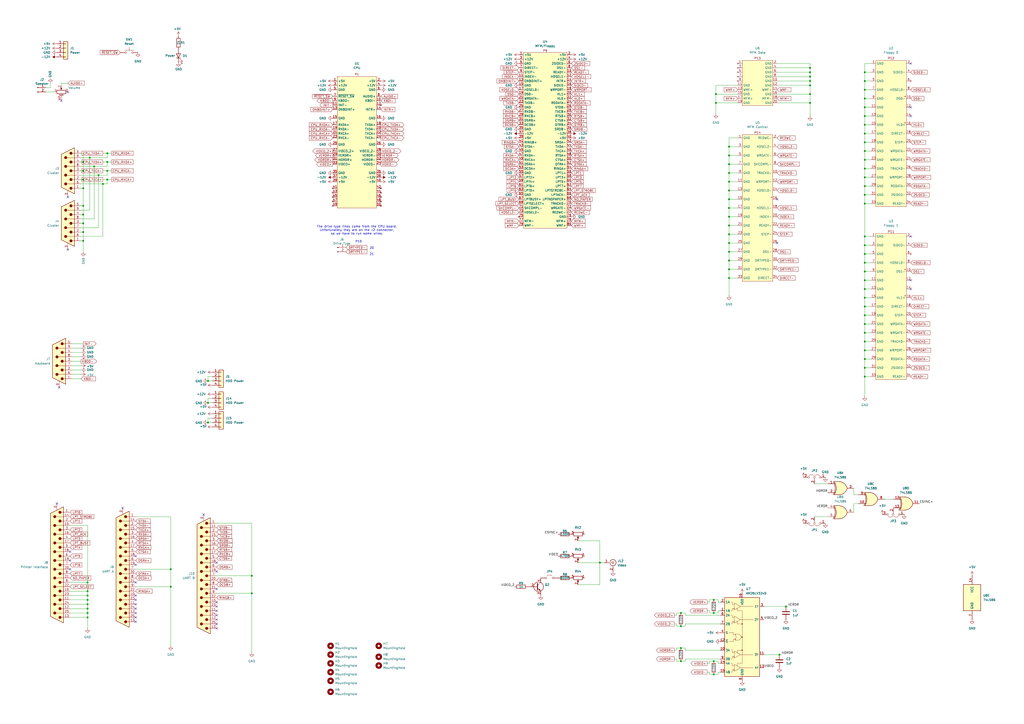
<source format=kicad_sch>
(kicad_sch (version 20250114) (generator "eeschema") (generator_version "9.0")
  (paper "A2")
  (text "The drive type lines come from the CPU board.\nUnfortunately they are on the J2 connector,\nso we have to run some wires." (at 207.01 133.604 0) (effects (font (size 1.27 1.27))))
  (text "20" (at 215.646 144.018 0) (effects (font (size 1.27 1.27))))
  (text "21" (at 215.646 147.574 0) (effects (font (size 1.27 1.27))))
  (text "P10" (at 208.026 140.208 0) (effects (font (size 1.27 1.27))))
  (junction (at 422.91 146.05))
  (junction (at 414.02 391.16))
  (junction (at 422.91 110.49))
  (junction (at 501.65 198.12))
  (junction (at 501.65 172.72))
  (junction (at 422.91 125.73))
  (junction (at 48.26 99.06))
  (junction (at 501.65 182.88))
  (junction (at 50.8 345.44))
  (junction (at 414.02 383.54))
  (junction (at 422.91 140.97))
  (junction (at 501.65 142.24))
  (junction (at 422.91 156.21))
  (junction (at 501.65 213.36))
  (junction (at 501.65 52.07))
  (junction (at 469.9 41.91))
  (junction (at 57.15 101.6))
  (junction (at 50.8 347.98))
  (junction (at 501.65 67.31))
  (junction (at 50.8 353.06))
  (junction (at 501.65 82.55))
  (junction (at 501.65 87.63))
  (junction (at 469.9 44.45))
  (junction (at 62.23 104.14))
  (junction (at 469.9 54.61))
  (junction (at 501.65 177.8))
  (junction (at 50.8 337.82))
  (junction (at 48.26 109.22))
  (junction (at 422.91 90.17))
  (junction (at 452.12 379.73))
  (junction (at 501.65 118.11))
  (junction (at 501.65 208.28))
  (junction (at 501.65 152.4))
  (junction (at 469.9 46.99))
  (junction (at 50.8 355.6))
  (junction (at 422.91 105.41))
  (junction (at 62.23 88.9))
  (junction (at 48.26 134.62))
  (junction (at 422.91 161.29))
  (junction (at 347.98 326.39))
  (junction (at 120.65 245.11))
  (junction (at 501.65 62.23))
  (junction (at 422.91 130.81))
  (junction (at 120.65 220.98))
  (junction (at 501.65 137.16))
  (junction (at 146.05 344.17))
  (junction (at 146.05 334.01))
  (junction (at 48.26 93.98))
  (junction (at 422.91 95.25))
  (junction (at 501.65 193.04))
  (junction (at 52.07 91.44))
  (junction (at 414.02 355.6))
  (junction (at 62.23 99.06))
  (junction (at 414.02 347.98))
  (junction (at 394.97 383.54))
  (junction (at 120.65 233.68))
  (junction (at 48.26 129.54))
  (junction (at 48.26 139.7))
  (junction (at 394.97 355.6))
  (junction (at 62.23 93.98))
  (junction (at 422.91 115.57))
  (junction (at 501.65 97.79))
  (junction (at 501.65 57.15))
  (junction (at 501.65 218.44))
  (junction (at 50.8 358.14))
  (junction (at 501.65 92.71))
  (junction (at 501.65 187.96))
  (junction (at 99.06 330.2))
  (junction (at 469.9 59.69))
  (junction (at 48.26 124.46))
  (junction (at 501.65 157.48))
  (junction (at 422.91 120.65))
  (junction (at 501.65 167.64))
  (junction (at 422.91 135.89))
  (junction (at 99.06 340.36))
  (junction (at 501.65 147.32))
  (junction (at 394.97 363.22))
  (junction (at 501.65 107.95))
  (junction (at 501.65 41.91))
  (junction (at 48.26 104.14))
  (junction (at 469.9 49.53))
  (junction (at 50.8 342.9))
  (junction (at 501.65 203.2))
  (junction (at 501.65 46.99))
  (junction (at 415.29 54.61))
  (junction (at 501.65 102.87))
  (junction (at 415.29 59.69))
  (junction (at 50.8 350.52))
  (junction (at 501.65 72.39))
  (junction (at 59.69 106.68))
  (junction (at 501.65 113.03))
  (junction (at 501.65 162.56))
  (junction (at 54.61 96.52))
  (junction (at 501.65 77.47))
  (junction (at 469.9 39.37))
  (junction (at 394.97 375.92))
  (junction (at 48.26 119.38))
  (junction (at 422.91 85.09))
  (junction (at 422.91 100.33))
  (junction (at 422.91 151.13))
  (junction (at 455.93 351.79))
  (no_connect (at 35.56 58.42))
  (no_connect (at 78.74 347.98))
  (no_connect (at 39.37 53.34))
  (no_connect (at 450.85 115.57))
  (no_connect (at 78.74 345.44))
  (no_connect (at 39.37 114.3))
  (no_connect (at 78.74 327.66))
  (no_connect (at 118.11 298.45))
  (no_connect (at 39.37 144.78))
  (no_connect (at 528.32 36.83))
  (no_connect (at 125.73 361.95))
  (no_connect (at 71.12 294.64))
  (no_connect (at 125.73 351.79))
  (no_connect (at 125.73 341.63))
  (no_connect (at 34.29 224.79))
  (no_connect (at 125.73 349.25))
  (no_connect (at 78.74 360.68))
  (no_connect (at 40.64 325.12))
  (no_connect (at 78.74 322.58))
  (no_connect (at 78.74 358.14))
  (no_connect (at 125.73 354.33))
  (no_connect (at 78.74 350.52))
  (no_connect (at 33.02 292.1))
  (no_connect (at 40.64 320.04))
  (no_connect (at 528.32 137.16))
  (no_connect (at 78.74 353.06))
  (no_connect (at 450.85 140.97))
  (no_connect (at 125.73 356.87))
  (no_connect (at 40.64 330.2))
  (no_connect (at 528.32 162.56))
  (no_connect (at 528.32 67.31))
  (no_connect (at 125.73 331.47))
  (no_connect (at 528.32 62.23))
  (no_connect (at 125.73 359.41))
  (no_connect (at 528.32 167.64))
  (no_connect (at 78.74 355.6))
  (no_connect (at 125.73 364.49))
  (no_connect (at 78.74 337.82))
  (no_connect (at 125.73 326.39))
  (wire (pts (xy 501.65 213.36) (xy 505.46 213.36)))
  (wire (pts (xy 501.65 157.48) (xy 505.46 157.48)))
  (wire (pts (xy 46.99 101.6) (xy 57.15 101.6)))
  (wire (pts (xy 422.91 156.21) (xy 427.99 156.21)))
  (wire (pts (xy 48.26 99.06) (xy 46.99 99.06)))
  (wire (pts (xy 48.26 124.46) (xy 48.26 129.54)))
  (wire (pts (xy 40.64 355.6) (xy 50.8 355.6)))
  (wire (pts (xy 347.98 339.09) (xy 335.28 339.09)))
  (wire (pts (xy 501.65 137.16) (xy 501.65 142.24)))
  (wire (pts (xy 394.97 363.22) (xy 392.43 363.22)))
  (wire (pts (xy 501.65 218.44) (xy 505.46 218.44)))
  (wire (pts (xy 422.91 95.25) (xy 422.91 100.33)))
  (wire (pts (xy 392.43 375.92) (xy 392.43 377.19)))
  (wire (pts (xy 39.37 48.26) (xy 35.56 48.26)))
  (wire (pts (xy 501.65 102.87) (xy 501.65 107.95)))
  (wire (pts (xy 41.91 209.55) (xy 46.99 209.55)))
  (wire (pts (xy 146.05 303.53) (xy 146.05 334.01)))
  (wire (pts (xy 450.85 59.69) (xy 469.9 59.69)))
  (wire (pts (xy 443.23 351.79) (xy 455.93 351.79)))
  (wire (pts (xy 414.02 383.54) (xy 411.48 383.54)))
  (wire (pts (xy 422.91 135.89) (xy 427.99 135.89)))
  (wire (pts (xy 501.65 52.07) (xy 505.46 52.07)))
  (wire (pts (xy 48.26 109.22) (xy 46.99 109.22)))
  (wire (pts (xy 397.51 356.87) (xy 417.83 356.87)))
  (wire (pts (xy 501.65 77.47) (xy 505.46 77.47)))
  (wire (pts (xy 495.3 297.18) (xy 495.3 292.1)))
  (wire (pts (xy 120.65 220.98) (xy 123.19 220.98)))
  (wire (pts (xy 415.29 49.53) (xy 415.29 54.61)))
  (wire (pts (xy 501.65 172.72) (xy 505.46 172.72)))
  (wire (pts (xy 57.15 101.6) (xy 62.23 101.6)))
  (wire (pts (xy 120.65 231.14) (xy 120.65 233.68)))
  (wire (pts (xy 35.56 48.26) (xy 35.56 49.53)))
  (wire (pts (xy 41.91 214.63) (xy 46.99 214.63)))
  (wire (pts (xy 62.23 93.98) (xy 62.23 96.52)))
  (wire (pts (xy 50.8 337.82) (xy 50.8 342.9)))
  (wire (pts (xy 427.99 80.01) (xy 422.91 80.01)))
  (wire (pts (xy 397.51 375.92) (xy 397.51 377.19)))
  (wire (pts (xy 501.65 62.23) (xy 505.46 62.23)))
  (wire (pts (xy 52.07 121.92) (xy 52.07 91.44)))
  (wire (pts (xy 78.74 330.2) (xy 99.06 330.2)))
  (wire (pts (xy 501.65 193.04) (xy 505.46 193.04)))
  (wire (pts (xy 46.99 127) (xy 54.61 127)))
  (wire (pts (xy 59.69 88.9) (xy 62.23 88.9)))
  (wire (pts (xy 501.65 182.88) (xy 501.65 187.96)))
  (wire (pts (xy 64.77 88.9) (xy 62.23 88.9)))
  (wire (pts (xy 422.91 85.09) (xy 427.99 85.09)))
  (wire (pts (xy 57.15 132.08) (xy 57.15 101.6)))
  (wire (pts (xy 62.23 104.14) (xy 62.23 106.68)))
  (wire (pts (xy 48.26 134.62) (xy 46.99 134.62)))
  (wire (pts (xy 501.65 41.91) (xy 505.46 41.91)))
  (wire (pts (xy 495.3 287.02) (xy 497.84 287.02)))
  (wire (pts (xy 123.19 231.14) (xy 120.65 231.14)))
  (wire (pts (xy 427.99 130.81) (xy 422.91 130.81)))
  (wire (pts (xy 501.65 208.28) (xy 505.46 208.28)))
  (wire (pts (xy 146.05 334.01) (xy 146.05 344.17)))
  (wire (pts (xy 450.85 41.91) (xy 469.9 41.91)))
  (wire (pts (xy 46.99 106.68) (xy 59.69 106.68)))
  (wire (pts (xy 501.65 172.72) (xy 501.65 177.8)))
  (wire (pts (xy 501.65 208.28) (xy 501.65 213.36)))
  (wire (pts (xy 59.69 137.16) (xy 59.69 106.68)))
  (wire (pts (xy 417.83 354.33) (xy 416.56 354.33)))
  (wire (pts (xy 414.02 347.98) (xy 411.48 347.98)))
  (wire (pts (xy 443.23 379.73) (xy 452.12 379.73)))
  (wire (pts (xy 46.99 137.16) (xy 59.69 137.16)))
  (wire (pts (xy 48.26 119.38) (xy 48.26 124.46)))
  (wire (pts (xy 50.8 355.6) (xy 50.8 353.06)))
  (wire (pts (xy 50.8 304.8) (xy 50.8 337.82)))
  (wire (pts (xy 422.91 146.05) (xy 422.91 151.13)))
  (wire (pts (xy 391.16 356.87) (xy 392.43 356.87)))
  (wire (pts (xy 347.98 313.69) (xy 347.98 326.39)))
  (wire (pts (xy 59.69 104.14) (xy 62.23 104.14)))
  (wire (pts (xy 422.91 151.13) (xy 427.99 151.13)))
  (wire (pts (xy 422.91 161.29) (xy 422.91 171.45)))
  (wire (pts (xy 50.8 345.44) (xy 50.8 347.98)))
  (wire (pts (xy 40.64 304.8) (xy 50.8 304.8)))
  (wire (pts (xy 48.26 129.54) (xy 48.26 134.62)))
  (wire (pts (xy 48.26 139.7) (xy 46.99 139.7)))
  (wire (pts (xy 125.73 334.01) (xy 146.05 334.01)))
  (wire (pts (xy 505.46 36.83) (xy 501.65 36.83)))
  (wire (pts (xy 59.69 99.06) (xy 62.23 99.06)))
  (wire (pts (xy 62.23 93.98) (xy 64.77 93.98)))
  (wire (pts (xy 422.91 151.13) (xy 422.91 156.21)))
  (wire (pts (xy 416.56 349.25) (xy 416.56 347.98)))
  (wire (pts (xy 394.97 383.54) (xy 392.43 383.54)))
  (wire (pts (xy 469.9 49.53) (xy 469.9 54.61)))
  (wire (pts (xy 123.19 218.44) (xy 120.65 218.44)))
  (wire (pts (xy 26.67 53.34) (xy 31.75 53.34)))
  (wire (pts (xy 40.64 345.44) (xy 50.8 345.44)))
  (wire (pts (xy 501.65 41.91) (xy 501.65 46.99)))
  (wire (pts (xy 501.65 113.03) (xy 501.65 118.11)))
  (wire (pts (xy 99.06 330.2) (xy 99.06 340.36)))
  (wire (pts (xy 422.91 110.49) (xy 422.91 115.57)))
  (wire (pts (xy 391.16 382.27) (xy 392.43 382.27)))
  (wire (pts (xy 495.3 283.21) (xy 495.3 287.02)))
  (wire (pts (xy 50.8 358.14) (xy 50.8 355.6)))
  (wire (pts (xy 41.91 199.39) (xy 48.26 199.39)))
  (wire (pts (xy 48.26 124.46) (xy 46.99 124.46)))
  (wire (pts (xy 450.85 54.61) (xy 469.9 54.61)))
  (wire (pts (xy 99.06 299.72) (xy 99.06 330.2)))
  (wire (pts (xy 422.91 120.65) (xy 422.91 125.73)))
  (wire (pts (xy 469.9 44.45) (xy 469.9 46.99)))
  (wire (pts (xy 501.65 107.95) (xy 505.46 107.95)))
  (wire (pts (xy 391.16 361.95) (xy 392.43 361.95)))
  (wire (pts (xy 501.65 167.64) (xy 501.65 172.72)))
  (wire (pts (xy 41.91 201.93) (xy 46.99 201.93)))
  (wire (pts (xy 469.9 54.61) (xy 469.9 59.69)))
  (wire (pts (xy 48.26 109.22) (xy 48.26 119.38)))
  (wire (pts (xy 501.65 142.24) (xy 505.46 142.24)))
  (wire (pts (xy 410.21 384.81) (xy 411.48 384.81)))
  (wire (pts (xy 62.23 99.06) (xy 64.77 99.06)))
  (wire (pts (xy 347.98 326.39) (xy 350.52 326.39)))
  (wire (pts (xy 40.64 353.06) (xy 50.8 353.06)))
  (wire (pts (xy 46.99 132.08) (xy 57.15 132.08)))
  (wire (pts (xy 501.65 187.96) (xy 501.65 193.04)))
  (wire (pts (xy 41.91 219.71) (xy 46.99 219.71)))
  (wire (pts (xy 501.65 118.11) (xy 505.46 118.11)))
  (wire (pts (xy 501.65 102.87) (xy 505.46 102.87)))
  (wire (pts (xy 450.85 36.83) (xy 469.9 36.83)))
  (wire (pts (xy 416.56 347.98) (xy 414.02 347.98)))
  (wire (pts (xy 414.02 355.6) (xy 416.56 355.6)))
  (wire (pts (xy 422.91 125.73) (xy 422.91 130.81)))
  (wire (pts (xy 501.65 187.96) (xy 505.46 187.96)))
  (wire (pts (xy 501.65 97.79) (xy 505.46 97.79)))
  (wire (pts (xy 480.06 299.72) (xy 472.44 299.72)))
  (wire (pts (xy 54.61 127) (xy 54.61 96.52)))
  (wire (pts (xy 78.74 299.72) (xy 99.06 299.72)))
  (wire (pts (xy 501.65 218.44) (xy 501.65 229.87)))
  (wire (pts (xy 501.65 142.24) (xy 501.65 147.32)))
  (wire (pts (xy 46.99 96.52) (xy 54.61 96.52)))
  (wire (pts (xy 513.08 289.56) (xy 518.16 289.56)))
  (wire (pts (xy 505.46 182.88) (xy 501.65 182.88)))
  (wire (pts (xy 422.91 105.41) (xy 422.91 110.49)))
  (wire (pts (xy 41.91 204.47) (xy 46.99 204.47)))
  (wire (pts (xy 417.83 349.25) (xy 416.56 349.25)))
  (wire (pts (xy 501.65 67.31) (xy 501.65 72.39)))
  (wire (pts (xy 48.26 93.98) (xy 46.99 93.98)))
  (wire (pts (xy 422.91 90.17) (xy 422.91 95.25)))
  (wire (pts (xy 455.93 351.79) (xy 457.2 351.79)))
  (wire (pts (xy 120.65 233.68) (xy 123.19 233.68)))
  (wire (pts (xy 501.65 107.95) (xy 501.65 113.03)))
  (wire (pts (xy 392.43 363.22) (xy 392.43 361.95)))
  (wire (pts (xy 414.02 391.16) (xy 416.56 391.16)))
  (wire (pts (xy 422.91 125.73) (xy 427.99 125.73)))
  (wire (pts (xy 422.91 135.89) (xy 422.91 140.97)))
  (wire (pts (xy 501.65 72.39) (xy 501.65 77.47)))
  (wire (pts (xy 62.23 101.6) (xy 62.23 99.06)))
  (wire (pts (xy 414.02 391.16) (xy 411.48 391.16)))
  (wire (pts (xy 501.65 87.63) (xy 501.65 92.71)))
  (wire (pts (xy 501.65 82.55) (xy 501.65 87.63)))
  (wire (pts (xy 410.21 349.25) (xy 411.48 349.25)))
  (wire (pts (xy 50.8 350.52) (xy 50.8 347.98)))
  (wire (pts (xy 505.46 113.03) (xy 501.65 113.03)))
  (wire (pts (xy 501.65 152.4) (xy 501.65 157.48)))
  (wire (pts (xy 501.65 92.71) (xy 505.46 92.71)))
  (wire (pts (xy 501.65 87.63) (xy 505.46 87.63)))
  (wire (pts (xy 410.21 354.33) (xy 411.48 354.33)))
  (wire (pts (xy 501.65 167.64) (xy 505.46 167.64)))
  (wire (pts (xy 501.65 198.12) (xy 505.46 198.12)))
  (wire (pts (xy 46.99 88.9) (xy 48.26 88.9)))
  (wire (pts (xy 501.65 193.04) (xy 501.65 198.12)))
  (wire (pts (xy 501.65 147.32) (xy 501.65 152.4)))
  (wire (pts (xy 452.12 379.73) (xy 453.39 379.73)))
  (wire (pts (xy 48.26 99.06) (xy 48.26 104.14)))
  (wire (pts (xy 335.28 313.69) (xy 347.98 313.69)))
  (wire (pts (xy 415.29 59.69) (xy 415.29 66.04)))
  (wire (pts (xy 469.9 39.37) (xy 469.9 41.91)))
  (wire (pts (xy 501.65 152.4) (xy 505.46 152.4)))
  (wire (pts (xy 469.9 36.83) (xy 469.9 39.37)))
  (wire (pts (xy 450.85 44.45) (xy 469.9 44.45)))
  (wire (pts (xy 411.48 347.98) (xy 411.48 349.25)))
  (wire (pts (xy 48.26 129.54) (xy 46.99 129.54)))
  (wire (pts (xy 59.69 93.98) (xy 62.23 93.98)))
  (wire (pts (xy 422.91 140.97) (xy 427.99 140.97)))
  (wire (pts (xy 414.02 355.6) (xy 411.48 355.6)))
  (wire (pts (xy 501.65 67.31) (xy 505.46 67.31)))
  (wire (pts (xy 50.8 358.14) (xy 50.8 364.49)))
  (wire (pts (xy 501.65 77.47) (xy 501.65 82.55)))
  (wire (pts (xy 501.65 203.2) (xy 505.46 203.2)))
  (wire (pts (xy 422.91 115.57) (xy 422.91 120.65)))
  (wire (pts (xy 501.65 92.71) (xy 501.65 97.79)))
  (wire (pts (xy 501.65 52.07) (xy 501.65 57.15)))
  (wire (pts (xy 46.99 121.92) (xy 52.07 121.92)))
  (wire (pts (xy 397.51 377.19) (xy 417.83 377.19)))
  (wire (pts (xy 40.64 358.14) (xy 50.8 358.14)))
  (wire (pts (xy 50.8 347.98) (xy 40.64 347.98)))
  (wire (pts (xy 422.91 120.65) (xy 427.99 120.65)))
  (wire (pts (xy 347.98 326.39) (xy 347.98 339.09)))
  (wire (pts (xy 501.65 162.56) (xy 501.65 167.64)))
  (wire (pts (xy 422.91 115.57) (xy 427.99 115.57)))
  (wire (pts (xy 501.65 36.83) (xy 501.65 41.91)))
  (wire (pts (xy 48.26 93.98) (xy 48.26 99.06)))
  (wire (pts (xy 501.65 97.79) (xy 501.65 102.87)))
  (wire (pts (xy 99.06 340.36) (xy 99.06 374.65)))
  (wire (pts (xy 422.91 140.97) (xy 422.91 146.05)))
  (wire (pts (xy 415.29 54.61) (xy 427.99 54.61)))
  (wire (pts (xy 41.91 207.01) (xy 46.99 207.01)))
  (wire (pts (xy 501.65 147.32) (xy 505.46 147.32)))
  (wire (pts (xy 501.65 57.15) (xy 501.65 62.23)))
  (wire (pts (xy 501.65 177.8) (xy 501.65 182.88)))
  (wire (pts (xy 397.51 355.6) (xy 397.51 356.87)))
  (wire (pts (xy 59.69 106.68) (xy 62.23 106.68)))
  (wire (pts (xy 411.48 355.6) (xy 411.48 354.33)))
  (wire (pts (xy 394.97 383.54) (xy 397.51 383.54)))
  (wire (pts (xy 422.91 90.17) (xy 427.99 90.17)))
  (wire (pts (xy 422.91 100.33) (xy 422.91 105.41)))
  (wire (pts (xy 450.85 46.99) (xy 469.9 46.99)))
  (wire (pts (xy 46.99 217.17) (xy 41.91 217.17)))
  (wire (pts (xy 41.91 212.09) (xy 46.99 212.09)))
  (wire (pts (xy 427.99 146.05) (xy 422.91 146.05)))
  (wire (pts (xy 501.65 118.11) (xy 501.65 137.16)))
  (wire (pts (xy 427.99 49.53) (xy 415.29 49.53)))
  (wire (pts (xy 501.65 62.23) (xy 501.65 67.31)))
  (wire (pts (xy 48.26 134.62) (xy 48.26 139.7)))
  (wire (pts (xy 394.97 375.92) (xy 397.51 375.92)))
  (wire (pts (xy 391.16 377.19) (xy 392.43 377.19)))
  (wire (pts (xy 469.9 46.99) (xy 469.9 49.53)))
  (wire (pts (xy 501.65 46.99) (xy 501.65 52.07)))
  (wire (pts (xy 120.65 218.44) (xy 120.65 220.98)))
  (wire (pts (xy 125.73 344.17) (xy 146.05 344.17)))
  (wire (pts (xy 26.67 50.8) (xy 29.21 50.8)))
  (wire (pts (xy 397.51 361.95) (xy 417.83 361.95)))
  (wire (pts (xy 410.21 389.89) (xy 411.48 389.89)))
  (wire (pts (xy 40.64 337.82) (xy 50.8 337.82)))
  (wire (pts (xy 397.51 382.27) (xy 417.83 382.27)))
  (wire (pts (xy 422.91 156.21) (xy 422.91 161.29)))
  (wire (pts (xy 397.51 383.54) (xy 397.51 382.27)))
  (wire (pts (xy 394.97 355.6) (xy 397.51 355.6)))
  (wire (pts (xy 415.29 54.61) (xy 415.29 59.69)))
  (wire (pts (xy 54.61 96.52) (xy 62.23 96.52)))
  (wire (pts (xy 50.8 353.06) (xy 50.8 350.52)))
  (wire (pts (xy 48.26 104.14) (xy 46.99 104.14)))
  (wire (pts (xy 422.91 100.33) (xy 427.99 100.33)))
  (wire (pts (xy 469.9 59.69) (xy 469.9 67.31)))
  (wire (pts (xy 427.99 161.29) (xy 422.91 161.29)))
  (wire (pts (xy 501.65 162.56) (xy 505.46 162.56)))
  (wire (pts (xy 416.56 384.81) (xy 416.56 383.54)))
  (wire (pts (xy 146.05 344.17) (xy 146.05 378.46)))
  (wire (pts (xy 422.91 80.01) (xy 422.91 85.09)))
  (wire (pts (xy 48.26 88.9) (xy 48.26 93.98)))
  (wire (pts (xy 415.29 59.69) (xy 427.99 59.69)))
  (wire (pts (xy 416.56 354.33) (xy 416.56 355.6)))
  (wire (pts (xy 450.85 49.53) (xy 469.9 49.53)))
  (wire (pts (xy 62.23 104.14) (xy 64.77 104.14)))
  (wire (pts (xy 120.65 242.57) (xy 120.65 245.11)))
  (wire (pts (xy 422.91 130.81) (xy 422.91 135.89)))
  (wire (pts (xy 40.64 342.9) (xy 50.8 342.9)))
  (wire (pts (xy 50.8 342.9) (xy 50.8 345.44)))
  (wire (pts (xy 394.97 355.6) (xy 392.43 355.6)))
  (wire (pts (xy 120.65 245.11) (xy 123.19 245.11)))
  (wire (pts (xy 48.26 119.38) (xy 46.99 119.38)))
  (wire (pts (xy 501.65 198.12) (xy 501.65 203.2)))
  (wire (pts (xy 469.9 41.91) (xy 469.9 44.45)))
  (wire (pts (xy 472.44 280.67) (xy 480.06 280.67)))
  (wire (pts (xy 501.65 46.99) (xy 505.46 46.99)))
  (wire (pts (xy 450.85 39.37) (xy 469.9 39.37)))
  (wire (pts (xy 46.99 91.44) (xy 52.07 91.44)))
  (wire (pts (xy 397.51 363.22) (xy 397.51 361.95)))
  (wire (pts (xy 394.97 363.22) (xy 397.51 363.22)))
  (wire (pts (xy 29.21 50.8) (xy 29.21 48.26)))
  (wire (pts (xy 123.19 242.57) (xy 120.65 242.57)))
  (wire (pts (xy 422.91 110.49) (xy 427.99 110.49)))
  (wire (pts (xy 335.28 326.39) (xy 347.98 326.39)))
  (wire (pts (xy 422.91 95.25) (xy 427.99 95.25)))
  (wire (pts (xy 422.91 85.09) (xy 422.91 90.17)))
  (wire (pts (xy 414.02 383.54) (xy 416.56 383.54)))
  (wire (pts (xy 417.83 389.89) (xy 416.56 389.89)))
  (wire (pts (xy 62.23 88.9) (xy 62.23 91.44)))
  (wire (pts (xy 501.65 137.16) (xy 505.46 137.16)))
  (wire (pts (xy 52.07 91.44) (xy 62.23 91.44)))
  (wire (pts (xy 392.43 383.54) (xy 392.43 382.27)))
  (wire (pts (xy 394.97 375.92) (xy 392.43 375.92)))
  (wire (pts (xy 411.48 391.16) (xy 411.48 389.89)))
  (wire (pts (xy 392.43 355.6) (xy 392.43 356.87)))
  (wire (pts (xy 411.48 383.54) (xy 411.48 384.81)))
  (wire (pts (xy 125.73 303.53) (xy 146.05 303.53)))
  (wire (pts (xy 501.65 72.39) (xy 505.46 72.39)))
  (wire (pts (xy 501.65 177.8) (xy 505.46 177.8)))
  (wire (pts (xy 40.64 350.52) (xy 50.8 350.52)))
  (wire (pts (xy 48.26 104.14) (xy 48.26 109.22)))
  (wire (pts (xy 417.83 384.81) (xy 416.56 384.81)))
  (wire (pts (xy 495.3 292.1) (xy 497.84 292.1)))
  (wire (pts (xy 501.65 82.55) (xy 505.46 82.55)))
  (wire (pts (xy 501.65 213.36) (xy 501.65 218.44)))
  (wire (pts (xy 501.65 203.2) (xy 501.65 208.28)))
  (wire (pts (xy 78.74 340.36) (xy 99.06 340.36)))
  (wire (pts (xy 416.56 389.89) (xy 416.56 391.16)))
  (wire (pts (xy 501.65 57.15) (xy 505.46 57.15)))
  (wire (pts (xy 48.26 139.7) (xy 48.26 146.05)))
  (wire (pts (xy 501.65 157.48) (xy 501.65 162.56)))
  (wire (pts (xy 422.91 105.41) (xy 427.99 105.41)))
  (label "VIDEO" (at 323.85 322.58 180))
  (label "VERDR" (at 480.06 294.64 180))
  (label "CSYNC+" (at 323.85 309.88 180))
  (label "VIDEO" (at 443.23 387.35 0))
  (label "VERDR" (at 457.2 351.79 0))
  (label "HORDR" (at 453.39 379.73 0))
  (label "HORDR" (at 480.06 285.75 180))
  (label "CSYNC+" (at 533.4 292.1 0))
  (label "VIDEO_2" (at 443.23 359.41 0))
  (label "VIDEO_2" (at 298.45 340.36 180))
  (global_label "AUIDO+" (shape input) (at 220.98 55.88 0) (property "Intersheetrefs" "${INTERSHEET_REFS}" (effects (hide yes))))
  (global_label "HDSEL0-" (shape input) (at 300.99 52.07 180) (property "Intersheetrefs" "${INTERSHEET_REFS}" (effects (hide yes))))
  (global_label "RXDA-" (shape input) (at 78.74 309.88 0) (property "Intersheetrefs" "${INTERSHEET_REFS}" (effects (hide yes))))
  (global_label "RDDATA-" (shape input) (at 528.32 107.95 0) (property "Intersheetrefs" "${INTERSHEET_REFS}" (effects (hide yes))))
  (global_label "DIRECT-" (shape input) (at 528.32 177.8 0) (property "Intersheetrefs" "${INTERSHEET_REFS}" (effects (hide yes))))
  (global_label "SKCOMPL-" (shape input) (at 300.99 120.65 180) (property "Intersheetrefs" "${INTERSHEET_REFS}" (effects (hide yes))))
  (global_label "LPT0" (shape input) (at 300.99 110.49 180) (property "Intersheetrefs" "${INTERSHEET_REFS}" (effects (hide yes))))
  (global_label "READY-" (shape input) (at 528.32 218.44 0) (property "Intersheetrefs" "${INTERSHEET_REFS}" (effects (hide yes))))
  (global_label "LPT_BUSY" (shape input) (at 300.99 115.57 180) (property "Intersheetrefs" "${INTERSHEET_REFS}" (effects (hide yes))))
  (global_label "WMF+" (shape input) (at 427.99 52.07 180) (property "Intersheetrefs" "${INTERSHEET_REFS}" (effects (hide yes))))
  (global_label "VIDEO_2-" (shape output) (at 220.98 87.63 0) (property "Intersheetrefs" "${INTERSHEET_REFS}" (effects (hide yes))))
  (global_label "AUIDO+" (shape input) (at 39.37 48.26 0) (property "Intersheetrefs" "${INTERSHEET_REFS}" (effects (hide yes))))
  (global_label "WRDATA-" (shape input) (at 528.32 87.63 0) (property "Intersheetrefs" "${INTERSHEET_REFS}" (effects (hide yes))))
  (global_label "WRPORT-" (shape input) (at 331.47 52.07 0) (property "Intersheetrefs" "${INTERSHEET_REFS}" (effects (hide yes))))
  (global_label "LPT2" (shape input) (at 300.99 102.87 180) (property "Intersheetrefs" "${INTERSHEET_REFS}" (effects (hide yes))))
  (global_label "REDWC-" (shape input) (at 450.85 80.01 0) (property "Intersheetrefs" "${INTERSHEET_REFS}" (effects (hide yes))))
  (global_label "VIDEO+" (shape output) (at 410.21 384.81 180) (property "Intersheetrefs" "${INTERSHEET_REFS}" (effects (hide yes))))
  (global_label "CPU_RXDA+" (shape passive) (at 64.77 93.98 0) (property "Intersheetrefs" "${INTERSHEET_REFS}" (effects (hide yes))))
  (global_label "LPT1" (shape input) (at 40.64 302.26 0) (property "Intersheetrefs" "${INTERSHEET_REFS}" (effects (hide yes))))
  (global_label "CTSA+" (shape input) (at 78.74 320.04 0) (property "Intersheetrefs" "${INTERSHEET_REFS}" (effects (hide yes))))
  (global_label "CPU_TXCA-" (shape passive) (at 59.69 99.06 180) (property "Intersheetrefs" "${INTERSHEET_REFS}" (effects (hide yes))))
  (global_label "DS0-" (shape input) (at 528.32 57.15 0) (property "Intersheetrefs" "${INTERSHEET_REFS}" (effects (hide yes))))
  (global_label "TXCA+" (shape input) (at 78.74 307.34 0) (property "Intersheetrefs" "${INTERSHEET_REFS}" (effects (hide yes))))
  (global_label "LPT7" (shape input) (at 331.47 107.95 0) (property "Intersheetrefs" "${INTERSHEET_REFS}" (effects (hide yes))))
  (global_label "CPU_TXCA+" (shape output) (at 220.98 77.47 0) (property "Intersheetrefs" "${INTERSHEET_REFS}" (effects (hide yes))))
  (global_label "CPU_RXDA+" (shape input) (at 193.04 72.39 180) (property "Intersheetrefs" "${INTERSHEET_REFS}" (effects (hide yes))))
  (global_label "LPT5" (shape input) (at 331.47 105.41 0) (property "Intersheetrefs" "${INTERSHEET_REFS}" (effects (hide yes))))
  (global_label "CPU_TXDA-" (shape passive) (at 59.69 88.9 180) (property "Intersheetrefs" "${INTERSHEET_REFS}" (effects (hide yes))))
  (global_label "DSRB+" (shape input) (at 300.99 69.85 180) (property "Intersheetrefs" "${INTERSHEET_REFS}" (effects (hide yes))))
  (global_label "CPU_RXCA-" (shape input) (at 193.04 80.01 180) (property "Intersheetrefs" "${INTERSHEET_REFS}" (effects (hide yes))))
  (global_label "2SIDED-" (shape input) (at 331.47 36.83 0) (property "Intersheetrefs" "${INTERSHEET_REFS}" (effects (hide yes))))
  (global_label "HDSEL0-" (shape input) (at 528.32 152.4 0) (property "Intersheetrefs" "${INTERSHEET_REFS}" (effects (hide yes))))
  (global_label "DS0-" (shape input) (at 300.99 54.61 180) (property "Intersheetrefs" "${INTERSHEET_REFS}" (effects (hide yes))))
  (global_label "RINGB+" (shape input) (at 300.99 82.55 180) (property "Intersheetrefs" "${INTERSHEET_REFS}" (effects (hide yes))))
  (global_label "DTRA+" (shape input) (at 331.47 95.25 0) (property "Intersheetrefs" "${INTERSHEET_REFS}" (effects (hide yes))))
  (global_label "VERDR-" (shape output) (at 410.21 354.33 180) (property "Intersheetrefs" "${INTERSHEET_REFS}" (effects (hide yes))))
  (global_label "CPU_RXCA+" (shape passive) (at 64.77 104.14 0) (property "Intersheetrefs" "${INTERSHEET_REFS}" (effects (hide yes))))
  (global_label "DSRA+" (shape input) (at 78.74 325.12 0) (property "Intersheetrefs" "${INTERSHEET_REFS}" (effects (hide yes))))
  (global_label "MFM-" (shape input) (at 300.99 128.27 180) (property "Intersheetrefs" "${INTERSHEET_REFS}" (effects (hide yes))))
  (global_label "LPT_SELECT" (shape input) (at 300.99 118.11 180) (property "Intersheetrefs" "${INTERSHEET_REFS}" (effects (hide yes))))
  (global_label "RXCB+" (shape input) (at 300.99 67.31 180) (property "Intersheetrefs" "${INTERSHEET_REFS}" (effects (hide yes))))
  (global_label "INDEX-" (shape input) (at 450.85 125.73 0) (property "Intersheetrefs" "${INTERSHEET_REFS}" (effects (hide yes))))
  (global_label "HDSEL1-" (shape input) (at 331.47 44.45 0) (property "Intersheetrefs" "${INTERSHEET_REFS}" (effects (hide yes))))
  (global_label "WMF+" (shape input) (at 331.47 130.81 0) (property "Intersheetrefs" "${INTERSHEET_REFS}" (effects (hide yes))))
  (global_label "DCDB+" (shape input) (at 300.99 72.39 180) (property "Intersheetrefs" "${INTERSHEET_REFS}" (effects (hide yes))))
  (global_label "DCDA+" (shape input) (at 300.99 97.79 180) (property "Intersheetrefs" "${INTERSHEET_REFS}" (effects (hide yes))))
  (global_label "RXDA-" (shape input) (at 300.99 90.17 180) (property "Intersheetrefs" "${INTERSHEET_REFS}" (effects (hide yes))))
  (global_label "LPT_STROBE" (shape input) (at 331.47 110.49 0) (property "Intersheetrefs" "${INTERSHEET_REFS}" (effects (hide yes))))
  (global_label "RTSB+" (shape input) (at 125.73 318.77 0) (property "Intersheetrefs" "${INTERSHEET_REFS}" (effects (hide yes))))
  (global_label "INDEX-" (shape input) (at 300.99 44.45 180) (property "Intersheetrefs" "${INTERSHEET_REFS}" (effects (hide yes))))
  (global_label "HL0+" (shape input) (at 331.47 57.15 0) (property "Intersheetrefs" "${INTERSHEET_REFS}" (effects (hide yes))))
  (global_label "HORDR-" (shape output) (at 391.16 382.27 180) (property "Intersheetrefs" "${INTERSHEET_REFS}" (effects (hide yes))))
  (global_label "WRGATE-" (shape input) (at 331.47 120.65 0) (property "Intersheetrefs" "${INTERSHEET_REFS}" (effects (hide yes))))
  (global_label "CTSB+" (shape input) (at 331.47 69.85 0) (property "Intersheetrefs" "${INTERSHEET_REFS}" (effects (hide yes))))
  (global_label "TXCA+" (shape input) (at 331.47 87.63 0) (property "Intersheetrefs" "${INTERSHEET_REFS}" (effects (hide yes))))
  (global_label "WRDATA-" (shape input) (at 528.32 187.96 0) (property "Intersheetrefs" "${INTERSHEET_REFS}" (effects (hide yes))))
  (global_label "KBDI-" (shape input) (at 220.98 58.42 0) (property "Intersheetrefs" "${INTERSHEET_REFS}" (effects (hide yes))))
  (global_label "HDSEL0-" (shape input) (at 528.32 52.07 0) (property "Intersheetrefs" "${INTERSHEET_REFS}" (effects (hide yes))))
  (global_label "LPT2" (shape input) (at 40.64 307.34 0) (property "Intersheetrefs" "${INTERSHEET_REFS}" (effects (hide yes))))
  (global_label "WRPORT-" (shape input) (at 528.32 102.87 0) (property "Intersheetrefs" "${INTERSHEET_REFS}" (effects (hide yes))))
  (global_label "HL1+" (shape input) (at 331.47 54.61 0) (property "Intersheetrefs" "${INTERSHEET_REFS}" (effects (hide yes))))
  (global_label "RDDATA-" (shape input) (at 528.32 208.28 0) (property "Intersheetrefs" "${INTERSHEET_REFS}" (effects (hide yes))))
  (global_label "DSRA+" (shape input) (at 300.99 95.25 180) (property "Intersheetrefs" "${INTERSHEET_REFS}" (effects (hide yes))))
  (global_label "VERDR-" (shape output) (at 220.98 90.17 0) (property "Intersheetrefs" "${INTERSHEET_REFS}" (effects (hide yes))))
  (global_label "TRACK0-" (shape input) (at 528.32 198.12 0) (property "Intersheetrefs" "${INTERSHEET_REFS}" (effects (hide yes))))
  (global_label "~{RESET_SW}" (shape input) (at 193.04 55.88 180) (property "Intersheetrefs" "${INTERSHEET_REFS}" (effects (hide yes))))
  (global_label "TXCB+" (shape input) (at 125.73 311.15 0) (property "Intersheetrefs" "${INTERSHEET_REFS}" (effects (hide yes))))
  (global_label "RXCA+" (shape input) (at 300.99 92.71 180) (property "Intersheetrefs" "${INTERSHEET_REFS}" (effects (hide yes))))
  (global_label "HDSEL1-" (shape input) (at 450.85 120.65 0) (property "Intersheetrefs" "${INTERSHEET_REFS}" (effects (hide yes))))
  (global_label "HDSEL0-" (shape input) (at 450.85 110.49 0) (property "Intersheetrefs" "${INTERSHEET_REFS}" (effects (hide yes))))
  (global_label "STEP-" (shape input) (at 528.32 82.55 0) (property "Intersheetrefs" "${INTERSHEET_REFS}" (effects (hide yes))))
  (global_label "LPT_STROBE" (shape input) (at 40.64 299.72 0) (property "Intersheetrefs" "${INTERSHEET_REFS}" (effects (hide yes))))
  (global_label "2SIDED-" (shape input) (at 528.32 113.03 0) (property "Intersheetrefs" "${INTERSHEET_REFS}" (effects (hide yes))))
  (global_label "ONBDINIT+" (shape input) (at 300.99 46.99 180) (property "Intersheetrefs" "${INTERSHEET_REFS}" (effects (hide yes))))
  (global_label "WRPORT-" (shape input) (at 450.85 105.41 0) (property "Intersheetrefs" "${INTERSHEET_REFS}" (effects (hide yes))))
  (global_label "RXCA+" (shape input) (at 78.74 317.5 0) (property "Intersheetrefs" "${INTERSHEET_REFS}" (effects (hide yes))))
  (global_label "INIT-" (shape output) (at 48.26 199.39 0) (property "Intersheetrefs" "${INTERSHEET_REFS}" (effects (hide yes))))
  (global_label "VIDEO+" (shape output) (at 193.04 95.25 180) (property "Intersheetrefs" "${INTERSHEET_REFS}" (effects (hide yes))))
  (global_label "HDSEL2-" (shape input) (at 450.85 85.09 0) (property "Intersheetrefs" "${INTERSHEET_REFS}" (effects (hide yes))))
  (global_label "WRPORT-" (shape input) (at 528.32 203.2 0) (property "Intersheetrefs" "${INTERSHEET_REFS}" (effects (hide yes))))
  (global_label "CTSA+" (shape input) (at 331.47 92.71 0) (property "Intersheetrefs" "${INTERSHEET_REFS}" (effects (hide yes))))
  (global_label "HORDR-" (shape output) (at 220.98 92.71 0) (property "Intersheetrefs" "${INTERSHEET_REFS}" (effects (hide yes))))
  (global_label "LPT_BUSY" (shape input) (at 40.64 314.96 0) (property "Intersheetrefs" "${INTERSHEET_REFS}" (effects (hide yes))))
  (global_label "RINGB+" (shape input) (at 125.73 346.71 0) (property "Intersheetrefs" "${INTERSHEET_REFS}" (effects (hide yes))))
  (global_label "LPT4" (shape input) (at 300.99 105.41 180) (property "Intersheetrefs" "${INTERSHEET_REFS}" (effects (hide yes))))
  (global_label "WMF-" (shape input) (at 300.99 130.81 180) (property "Intersheetrefs" "${INTERSHEET_REFS}" (effects (hide yes))))
  (global_label "DTRB+" (shape input) (at 331.47 72.39 0) (property "Intersheetrefs" "${INTERSHEET_REFS}" (effects (hide yes))))
  (global_label "ONBDINIT+" (shape input) (at 193.04 63.5 180) (property "Intersheetrefs" "${INTERSHEET_REFS}" (effects (hide yes))))
  (global_label "DRTYPE0-" (shape input) (at 450.85 151.13 0) (property "Intersheetrefs" "${INTERSHEET_REFS}" (effects (hide yes))))
  (global_label "LPT7" (shape input) (at 40.64 332.74 0) (property "Intersheetrefs" "${INTERSHEET_REFS}" (effects (hide yes))))
  (global_label "DRTYPE1-" (shape input) (at 200.66 146.05 0) (property "Intersheetrefs" "${INTERSHEET_REFS}" (effects (hide yes))))
  (global_label "READY-" (shape input) (at 331.47 41.91 0) (property "Intersheetrefs" "${INTERSHEET_REFS}" (effects (hide yes))))
  (global_label "WMF-" (shape input) (at 450.85 52.07 0) (property "Intersheetrefs" "${INTERSHEET_REFS}" (effects (hide yes))))
  (global_label "CTSB+" (shape input) (at 125.73 323.85 0) (property "Intersheetrefs" "${INTERSHEET_REFS}" (effects (hide yes))))
  (global_label "CPU_TXCA+" (shape passive) (at 59.69 104.14 180) (property "Intersheetrefs" "${INTERSHEET_REFS}" (effects (hide yes))))
  (global_label "VERDR+" (shape output) (at 193.04 90.17 180) (property "Intersheetrefs" "${INTERSHEET_REFS}" (effects (hide yes))))
  (global_label "READY-" (shape input) (at 528.32 118.11 0) (property "Intersheetrefs" "${INTERSHEET_REFS}" (effects (hide yes))))
  (global_label "HORDR+" (shape output) (at 391.16 377.19 180) (property "Intersheetrefs" "${INTERSHEET_REFS}" (effects (hide yes))))
  (global_label "STDA-" (shape input) (at 300.99 85.09 180) (property "Intersheetrefs" "${INTERSHEET_REFS}" (effects (hide yes))))
  (global_label "KBDO-" (shape output) (at 46.99 209.55 0) (property "Intersheetrefs" "${INTERSHEET_REFS}" (effects (hide yes))))
  (global_label "LPT4" (shape input) (at 40.64 317.5 0) (property "Intersheetrefs" "${INTERSHEET_REFS}" (effects (hide yes))))
  (global_label "DCDA+" (shape input) (at 78.74 335.28 0) (property "Intersheetrefs" "${INTERSHEET_REFS}" (effects (hide yes))))
  (global_label "HORDR+" (shape output) (at 193.04 92.71 180) (property "Intersheetrefs" "${INTERSHEET_REFS}" (effects (hide yes))))
  (global_label "LPT_ACK" (shape input) (at 40.64 309.88 0) (property "Intersheetrefs" "${INTERSHEET_REFS}" (effects (hide yes))))
  (global_label "TRACK0-" (shape input) (at 528.32 97.79 0) (property "Intersheetrefs" "${INTERSHEET_REFS}" (effects (hide yes))))
  (global_label "TXDB-" (shape input) (at 125.73 308.61 0) (property "Intersheetrefs" "${INTERSHEET_REFS}" (effects (hide yes))))
  (global_label "DTRB+" (shape input) (at 125.73 336.55 0) (property "Intersheetrefs" "${INTERSHEET_REFS}" (effects (hide yes))))
  (global_label "DS1-" (shape input) (at 450.85 146.05 0) (property "Intersheetrefs" "${INTERSHEET_REFS}" (effects (hide yes))))
  (global_label "KBDI-" (shape input) (at 46.99 219.71 0) (property "Intersheetrefs" "${INTERSHEET_REFS}" (effects (hide yes))))
  (global_label "DS1-" (shape input) (at 331.47 39.37 0) (property "Intersheetrefs" "${INTERSHEET_REFS}" (effects (hide yes))))
  (global_label "STDB-" (shape input) (at 331.47 62.23 0) (property "Intersheetrefs" "${INTERSHEET_REFS}" (effects (hide yes))))
  (global_label "MFM+" (shape input) (at 427.99 57.15 180) (property "Intersheetrefs" "${INTERSHEET_REFS}" (effects (hide yes))))
  (global_label "NO_PAPER" (shape input) (at 40.64 335.28 0) (property "Intersheetrefs" "${INTERSHEET_REFS}" (effects (hide yes))))
  (global_label "CPU_RXCA+" (shape input) (at 193.04 77.47 180) (property "Intersheetrefs" "${INTERSHEET_REFS}" (effects (hide yes))))
  (global_label "LPT5" (shape input) (at 40.64 322.58 0) (property "Intersheetrefs" "${INTERSHEET_REFS}" (effects (hide yes))))
  (global_label "CPU_RXDA-" (shape input) (at 193.04 74.93 180) (property "Intersheetrefs" "${INTERSHEET_REFS}" (effects (hide yes))))
  (global_label "KBDO-" (shape output) (at 193.04 58.42 180) (property "Intersheetrefs" "${INTERSHEET_REFS}" (effects (hide yes))))
  (global_label "VIDEO_2-" (shape output) (at 391.16 361.95 180) (property "Intersheetrefs" "${INTERSHEET_REFS}" (effects (hide yes))))
  (global_label "DIRECT-" (shape input) (at 528.32 77.47 0) (property "Intersheetrefs" "${INTERSHEET_REFS}" (effects (hide yes))))
  (global_label "LPT3" (shape input) (at 331.47 102.87 0) (property "Intersheetrefs" "${INTERSHEET_REFS}" (effects (hide yes))))
  (global_label "DRTYPE0-" (shape input) (at 200.66 143.51 0) (property "Intersheetrefs" "${INTERSHEET_REFS}" (effects (hide yes))))
  (global_label "LPT_SELECT" (shape input) (at 40.64 340.36 0) (property "Intersheetrefs" "${INTERSHEET_REFS}" (effects (hide yes))))
  (global_label "INIT-" (shape output) (at 193.04 60.96 180) (property "Intersheetrefs" "${INTERSHEET_REFS}" (effects (hide yes))))
  (global_label "SRDA-" (shape input) (at 331.47 82.55 0) (property "Intersheetrefs" "${INTERSHEET_REFS}" (effects (hide yes))))
  (global_label "READY-" (shape input) (at 450.85 130.81 0) (property "Intersheetrefs" "${INTERSHEET_REFS}" (effects (hide yes))))
  (global_label "WRGATE-" (shape input) (at 528.32 92.71 0) (property "Intersheetrefs" "${INTERSHEET_REFS}" (effects (hide yes))))
  (global_label "HL1+" (shape input) (at 528.32 172.72 0) (property "Intersheetrefs" "${INTERSHEET_REFS}" (effects (hide yes))))
  (global_label "LPT0" (shape input) (at 40.64 297.18 0) (property "Intersheetrefs" "${INTERSHEET_REFS}" (effects (hide yes))))
  (global_label "CPU_TXCA-" (shape output) (at 220.98 80.01 0) (property "Intersheetrefs" "${INTERSHEET_REFS}" (effects (hide yes))))
  (global_label "SRDB-" (shape input) (at 331.47 74.93 0) (property "Intersheetrefs" "${INTERSHEET_REFS}" (effects (hide yes))))
  (global_label "VIDEO_2+" (shape output) (at 391.16 356.87 180) (property "Intersheetrefs" "${INTERSHEET_REFS}" (effects (hide yes))))
  (global_label "DRTYPE1-" (shape input) (at 450.85 156.21 0) (property "Intersheetrefs" "${INTERSHEET_REFS}" (effects (hide yes))))
  (global_label "SIDED-" (shape input) (at 528.32 41.91 0) (property "Intersheetrefs" "${INTERSHEET_REFS}" (effects (hide yes))))
  (global_label "VIDEO-" (shape output) (at 220.98 95.25 0) (property "Intersheetrefs" "${INTERSHEET_REFS}" (effects (hide yes))))
  (global_label "DCDB+" (shape input) (at 125.73 339.09 0) (property "Intersheetrefs" "${INTERSHEET_REFS}" (effects (hide yes))))
  (global_label "CPU_RXDA-" (shape passive) (at 64.77 88.9 0) (property "Intersheetrefs" "${INTERSHEET_REFS}" (effects (hide yes))))
  (global_label "RTSB+" (shape input) (at 331.47 67.31 0) (property "Intersheetrefs" "${INTERSHEET_REFS}" (effects (hide yes))))
  (global_label "SKCOMPL-" (shape input) (at 450.85 95.25 0) (property "Intersheetrefs" "${INTERSHEET_REFS}" (effects (hide yes))))
  (global_label "DIRECT-" (shape input) (at 300.99 39.37 180) (property "Intersheetrefs" "${INTERSHEET_REFS}" (effects (hide yes))))
  (global_label "SRDB-" (shape input) (at 125.73 316.23 0) (property "Intersheetrefs" "${INTERSHEET_REFS}" (effects (hide yes))))
  (global_label "REDWC-" (shape input) (at 331.47 123.19 0) (property "Intersheetrefs" "${INTERSHEET_REFS}" (effects (hide yes))))
  (global_label "DIRECT-" (shape input) (at 450.85 161.29 0) (property "Intersheetrefs" "${INTERSHEET_REFS}" (effects (hide yes))))
  (global_label "SIDED-" (shape input) (at 528.32 142.24 0) (property "Intersheetrefs" "${INTERSHEET_REFS}" (effects (hide yes))))
  (global_label "CPU_RXCA-" (shape passive) (at 64.77 99.06 0) (property "Intersheetrefs" "${INTERSHEET_REFS}" (effects (hide yes))))
  (global_label "TXCB+" (shape input) (at 331.47 64.77 0) (property "Intersheetrefs" "${INTERSHEET_REFS}" (effects (hide yes))))
  (global_label "DS1-" (shape input) (at 528.32 157.48 0) (property "Intersheetrefs" "${INTERSHEET_REFS}" (effects (hide yes))))
  (global_label "LPT3" (shape input) (at 40.64 312.42 0) (property "Intersheetrefs" "${INTERSHEET_REFS}" (effects (hide yes))))
  (global_label "TXDA-" (shape input) (at 78.74 304.8 0) (property "Intersheetrefs" "${INTERSHEET_REFS}" (effects (hide yes))))
  (global_label "NO_PAPER" (shape input) (at 331.47 115.57 0) (property "Intersheetrefs" "${INTERSHEET_REFS}" (effects (hide yes))))
  (global_label "MFM-" (shape input) (at 450.85 57.15 0) (property "Intersheetrefs" "${INTERSHEET_REFS}" (effects (hide yes))))
  (global_label "CPU_TXDA+" (shape passive) (at 59.69 93.98 180) (property "Intersheetrefs" "${INTERSHEET_REFS}" (effects (hide yes))))
  (global_label "2SIDED-" (shape input) (at 528.32 213.36 0) (property "Intersheetrefs" "${INTERSHEET_REFS}" (effects (hide yes))))
  (global_label "SIDED-" (shape input) (at 331.47 49.53 0) (property "Intersheetrefs" "${INTERSHEET_REFS}" (effects (hide yes))))
  (global_label "MFM+" (shape input) (at 331.47 128.27 0) (property "Intersheetrefs" "${INTERSHEET_REFS}" (effects (hide yes))))
  (global_label "HDSEL2-" (shape input) (at 300.99 123.19 180) (property "Intersheetrefs" "${INTERSHEET_REFS}" (effects (hide yes))))
  (global_label "LPT_ACK" (shape input) (at 331.47 113.03 0) (property "Intersheetrefs" "${INTERSHEET_REFS}" (effects (hide yes))))
  (global_label "TRACK0-" (shape input) (at 450.85 100.33 0) (property "Intersheetrefs" "${INTERSHEET_REFS}" (effects (hide yes))))
  (global_label "RXDB-" (shape input) (at 125.73 313.69 0) (property "Intersheetrefs" "${INTERSHEET_REFS}" (effects (hide yes))))
  (global_label "INTR+" (shape input) (at 331.47 46.99 0) (property "Intersheetrefs" "${INTERSHEET_REFS}" (effects (hide yes))))
  (global_label "SRDA-" (shape input) (at 78.74 312.42 0) (property "Intersheetrefs" "${INTERSHEET_REFS}" (effects (hide yes))))
  (global_label "TXDB-" (shape input) (at 300.99 59.69 180) (property "Intersheetrefs" "${INTERSHEET_REFS}" (effects (hide yes))))
  (global_label "WRGATE-" (shape input) (at 528.32 193.04 0) (property "Intersheetrefs" "${INTERSHEET_REFS}" (effects (hide yes))))
  (global_label "CPU_TXDA-" (shape output) (at 220.98 74.93 0) (property "Intersheetrefs" "${INTERSHEET_REFS}" (effects (hide yes))))
  (global_label "~{RESET_SW}" (shape input) (at 69.85 30.48 180) (property "Intersheetrefs" "${INTERSHEET_REFS}" (effects (hide yes))))
  (global_label "INTR+" (shape input) (at 220.98 63.5 0) (property "Intersheetrefs" "${INTERSHEET_REFS}" (effects (hide yes))))
  (global_label "HL0+" (shape input) (at 528.32 72.39 0) (property "Intersheetrefs" "${INTERSHEET_REFS}" (effects (hide yes))))
  (global_label "RXCB+" (shape input) (at 125.73 321.31 0) (property "Intersheetrefs" "${INTERSHEET_REFS}" (effects (hide yes))))
  (global_label "VIDEO_2+" (shape output) (at 193.04 87.63 180) (property "Intersheetrefs" "${INTERSHEET_REFS}" (effects (hide yes))))
  (global_label "WRGATE-" (shape input) (at 450.85 90.17 0) (property "Intersheetrefs" "${INTERSHEET_REFS}" (effects (hide yes))))
  (global_label "STDB-" (shape input) (at 125.73 306.07 0) (property "Intersheetrefs" "${INTERSHEET_REFS}" (effects (hide yes))))
  (global_label "STEP-" (shape input) (at 528.32 182.88 0) (property "Intersheetrefs" "${INTERSHEET_REFS}" (effects (hide yes))))
  (global_label "WRDATA-" (shape input) (at 300.99 57.15 180) (property "Intersheetrefs" "${INTERSHEET_REFS}" (effects (hide yes))))
  (global_label "RINGA+" (shape input) (at 78.74 342.9 0) (property "Intersheetrefs" "${INTERSHEET_REFS}" (effects (hide yes))))
  (global_label "DSRB+" (shape input) (at 125.73 328.93 0) (property "Intersheetrefs" "${INTERSHEET_REFS}" (effects (hide yes))))
  (global_label "STDA-" (shape input) (at 78.74 302.26 0) (property "Intersheetrefs" "${INTERSHEET_REFS}" (effects (hide yes))))
  (global_label "RINGA+" (shape input) (at 331.47 97.79 0) (property "Intersheetrefs" "${INTERSHEET_REFS}" (effects (hide yes))))
  (global_label "RTSA+" (shape input) (at 78.74 314.96 0) (property "Intersheetrefs" "${INTERSHEET_REFS}" (effects (hide yes))))
  (global_label "VIDEO-" (shape output) (at 410.21 389.89 180) (property "Intersheetrefs" "${INTERSHEET_REFS}" (effects (hide yes))))
  (global_label "CPU_TXDA+" (shape output) (at 220.98 72.39 0) (property "Intersheetrefs" "${INTERSHEET_REFS}" (effects (hide yes))))
  (global_label "LPT1" (shape input) (at 331.47 100.33 0) (property "Intersheetrefs" "${INTERSHEET_REFS}" (effects (hide yes))))
  (global_label "LPT6" (shape input) (at 300.99 107.95 180) (property "Intersheetrefs" "${INTERSHEET_REFS}" (effects (hide yes))))
  (global_label "LPT6" (shape input) (at 40.64 327.66 0) (property "Intersheetrefs" "${INTERSHEET_REFS}" (effects (hide yes))))
  (global_label "STEP-" (shape input) (at 300.99 41.91 180) (property "Intersheetrefs" "${INTERSHEET_REFS}" (effects (hide yes))))
  (global_label "TXDA-" (shape input) (at 331.47 85.09 0) (property "Intersheetrefs" "${INTERSHEET_REFS}" (effects (hide yes))))
  (global_label "RXDB-" (shape input) (at 300.99 64.77 180) (property "Intersheetrefs" "${INTERSHEET_REFS}" (effects (hide yes))))
  (global_label "STEP-" (shape input) (at 450.85 135.89 0) (property "Intersheetrefs" "${INTERSHEET_REFS}" (effects (hide yes))))
  (global_label "RTSA+" (shape input) (at 331.47 90.17 0) (property "Intersheetrefs" "${INTERSHEET_REFS}" (effects (hide yes))))
  (global_label "TRACK0-" (shape input) (at 331.47 118.11 0) (property "Intersheetrefs" "${INTERSHEET_REFS}" (effects (hide yes))))
  (global_label "RDDATA-" (shape input) (at 331.47 59.69 0) (property "Intersheetrefs" "${INTERSHEET_REFS}" (effects (hide yes))))
  (global_label "VERDR+" (shape output) (at 410.21 349.25 180) (property "Intersheetrefs" "${INTERSHEET_REFS}" (effects (hide yes))))
  (global_label "DTRA+" (shape input) (at 78.74 332.74 0) (property "Intersheetrefs" "${INTERSHEET_REFS}" (effects (hide yes))))
  (symbol (lib_id "AWS_CPU_Interface_Board-rescue:GND-power") (at 48.26 146.05 0) (unit 1)
    (property "Reference" "#PWR0140" (effects (hide yes)))
    (property "Value" "GND" (at 48.387 149.3012 90) (effects (justify right)))
  )
  (symbol (lib_id "Device:Q_NPN_CBE") (at 311.15 340.36 0) (unit 1)
    (property "Reference" "Q2" (at 316.0014 339.1916 0) (effects (justify left)))
    (property "Value" "Q_NPN_CBE" (effects (hide yes)))
    (property "Footprint" "Package_TO_SOT_THT:TO-92" (effects (hide yes)))
  )
  (symbol (lib_id "AWS_CPU_Interface_Board-rescue:Conn_01x02_Male-Connector") (at 21.59 50.8 0) (unit 1)
    (property "Reference" "J2" (at 24.3332 46.2026 0))
    (property "Value" "Speaker" (at 24.3332 48.514 0))
    (property "Footprint" "Connector_PinHeader_2.54mm:PinHeader_1x02_P2.54mm_Vertical" (effects (hide yes)))
  )
  (symbol (lib_id "AWS_CPU_Interface_Board-rescue:GND-power") (at 29.21 48.26 180) (unit 1)
    (property "Reference" "#PWR0113" (effects (hide yes)))
    (property "Value" "GND" (at 29.083 45.0088 90) (effects (justify right)))
  )
  (symbol (lib_id "Device:LED") (at 103.505 32.385 90) (unit 1)
    (property "Reference" "D1" (at 107.315 32.385 90))
    (property "Value" "Power" (at 98.806 32.258 90))
    (property "Footprint" "LED_THT:LED_D3.0mm" (effects (hide yes)))
  )
  (symbol (lib_id "Device:R") (at 103.505 24.765 0) (unit 1)
    (property "Reference" "R1" (at 106.045 24.765 0))
    (property "Value" "1k" (at 103.505 24.765 90))
    (property "Footprint" "Resistor_THT:R_Axial_DIN0204_L3.6mm_D1.6mm_P7.62mm_Horizontal" (effects (hide yes)))
  )
  (symbol (lib_id "AWS_CPU_Interface_Board-rescue:GND-power") (at 46.99 207.01 90) (unit 1)
    (property "Reference" "#PWR0119" (effects (hide yes)))
    (property "Value" "GND" (at 50.2412 206.883 90) (effects (justify right)))
  )
  (symbol (lib_id "AWS_CPU_Interface_Board-rescue:GND-power") (at 46.99 204.47 90) (unit 1)
    (property "Reference" "#PWR0120" (effects (hide yes)))
    (property "Value" "GND" (at 50.2412 204.343 90) (effects (justify right)))
  )
  (symbol (lib_id "AWS_CPU_Interface_Board-rescue:GND-power") (at 46.99 214.63 90) (unit 1)
    (property "Reference" "#PWR0121" (effects (hide yes)))
    (property "Value" "GND" (at 50.2412 214.503 90) (effects (justify right)))
  )
  (symbol (lib_id "AWS_CPU_Interface_Board-rescue:+5V-power") (at 46.99 217.17 270) (unit 1)
    (property "Reference" "#PWR0122" (effects (hide yes)))
    (property "Value" "+5V" (at 50.2412 217.551 90) (effects (justify left)))
  )
  (symbol (lib_id "AWS_CPU_Interface_Board-rescue:+5V-power") (at 46.99 212.09 270) (unit 1)
    (property "Reference" "#PWR0123" (effects (hide yes)))
    (property "Value" "+5V" (at 50.2412 212.471 90) (effects (justify left)))
  )
  (symbol (lib_id "AWS:CPU_J1") (at 207.01 81.28 0) (unit 1)
    (property "Reference" "U1" (at 207.01 36.83 0))
    (property "Value" "CPU" (at 207.01 39.37 0))
    (property "Footprint" "AWS:IDC-Header_2x25_P2.54mm_Vertical_Reversed" (effects (hide yes)))
  )
  (symbol (lib_id "power:GND") (at 300.99 36.83 270) (unit 1)
    (property "Reference" "#PWR020" (effects (hide yes)))
    (property "Value" "GND" (at 297.18 36.8299 90) (effects (justify right)))
    (property "Description" "Power symbol creates a global label with name \"GND\" , ground" (effects (hide yes)))
  )
  (symbol (lib_id "74xx:74LS86") (at 487.68 297.18 0) (unit 2)
    (property "Reference" "U8" (at 487.3752 288.29 0))
    (property "Value" "74LS86" (at 487.3752 290.83 0))
    (property "Footprint" "Package_DIP:DIP-14_W7.62mm_LongPads" (effects (hide yes)))
    (property "Datasheet" "74xx/74ls86.pdf" (effects (hide yes)))
    (property "Description" "Quad 2-input XOR" (effects (hide yes)))
  )
  (symbol (lib_id "74xx:74LS86") (at 525.78 292.1 0) (unit 4)
    (property "Reference" "U8" (at 525.4752 283.21 0))
    (property "Value" "74LS86" (at 525.4752 285.75 0))
    (property "Footprint" "Package_DIP:DIP-14_W7.62mm_LongPads" (effects (hide yes)))
    (property "Datasheet" "74xx/74ls86.pdf" (effects (hide yes)))
    (property "Description" "Quad 2-input XOR" (effects (hide yes)))
  )
  (symbol (lib_id "Device:C") (at 452.12 383.54 0) (unit 1)
    (property "Reference" "C2" (at 455.93 382.2699 0) (effects (justify left)))
    (property "Value" "1uf" (at 455.93 384.8099 0) (effects (justify left)))
    (property "Footprint" "Capacitor_THT:C_Disc_D3.0mm_W1.6mm_P2.50mm" (effects (hide yes)))
    (property "Description" "Unpolarized capacitor" (effects (hide yes)))
  )
  (symbol (lib_id "power:GND") (at 146.05 378.46 0) (unit 1)
    (property "Reference" "#PWR047" (effects (hide yes)))
    (property "Value" "GND" (at 146.05 383.54 0))
    (property "Description" "Power symbol creates a global label with name \"GND\" , ground" (effects (hide yes)))
  )
  (symbol (lib_id "power:GND") (at 478.79 303.53 0) (unit 1)
    (property "Reference" "#PWR086" (effects (hide yes)))
    (property "Value" "GND" (at 478.79 308.61 0))
    (property "Description" "Power symbol creates a global label with name \"GND\" , ground" (effects (hide yes)))
  )
  (symbol (lib_id "Mechanical:MountingHole") (at 191.77 401.32 0) (unit 1) (in_bom no)
    (property "Reference" "H6" (at 194.31 400.0499 0) (effects (justify left)))
    (property "Value" "MountingHole" (at 194.31 402.5899 0) (effects (justify left)))
    (property "Footprint" "MountingHole:MountingHole_3.2mm_M3" (effects (hide yes)))
    (property "Description" "Mounting Hole without connection" (effects (hide yes)))
  )
  (symbol (lib_id "Connector:DE9_Plug_MountingHoles") (at 39.37 99.06 0) (mirror y) (unit 1)
    (property "Reference" "J3" (at 34.29 97.7899 0) (effects (justify left)))
    (property "Value" "Cluster" (at 34.29 100.3299 0) (effects (justify left)))
    (property "Footprint" "Connector_Dsub:DSUB-9_Socket_Horizontal_P2.77x2.84mm_EdgePinOffset7.70mm_Housed_MountingHolesOffset9.12mm" (effects (hide yes)))
    (property "Description" "9-pin male plug pin D-SUB connector, Mounting Hole" (effects (hide yes)))
  )
  (symbol (lib_id "74xx:74LS86") (at 487.68 283.21 0) (unit 1)
    (property "Reference" "U8" (at 487.3752 274.32 0))
    (property "Value" "74LS86" (at 487.3752 276.86 0))
    (property "Footprint" "Package_DIP:DIP-14_W7.62mm_LongPads" (effects (hide yes)))
    (property "Datasheet" "74xx/74ls86.pdf" (effects (hide yes)))
    (property "Description" "Quad 2-input XOR" (effects (hide yes)))
  )
  (symbol (lib_id "Connector_Generic:Conn_01x04") (at 128.27 231.14 0) (unit 1)
    (property "Reference" "J14" (at 130.81 231.1399 0) (effects (justify left)))
    (property "Value" "HDD Power" (at 130.81 233.6799 0) (effects (justify left)))
    (property "Footprint" "Connector_TE-Connectivity:TE_MATE-N-LOK_350211-1_1x04_P5.08mm_Vertical" (effects (hide yes)))
    (property "Description" "Generic connector, single row, 01x04, script generated (kicad-library-utils/schlib/autogen/connector/)" (effects (hide yes)))
  )
  (symbol (lib_id "Device:R") (at 327.66 322.58 90) (unit 1)
    (property "Reference" "R7" (at 327.66 320.548 90))
    (property "Value" "470R" (at 327.66 322.58 90))
    (property "Footprint" "Resistor_THT:R_Axial_DIN0204_L3.6mm_D1.6mm_P7.62mm_Horizontal" (effects (hide yes)))
    (property "Description" "Resistor" (effects (hide yes)))
  )
  (symbol (lib_id "power:+5V") (at 33.02 25.4 90) (unit 1)
    (property "Reference" "#PWR037" (effects (hide yes)))
    (property "Value" "+5V" (at 29.21 25.3999 90) (effects (justify left)))
    (property "Description" "Power symbol creates a global label with name \"+5V\"" (effects (hide yes)))
  )
  (symbol (lib_id "Mechanical:MountingHole") (at 219.71 381 0) (unit 1) (in_bom no)
    (property "Reference" "H8" (at 222.25 379.7299 0) (effects (justify left)))
    (property "Value" "MountingHole" (at 222.25 382.2699 0) (effects (justify left)))
    (property "Footprint" "MountingHole:MountingHole_3.2mm_M3" (effects (hide yes)))
    (property "Description" "Mounting Hole without connection" (effects (hide yes)))
  )
  (symbol (lib_id "Switch:SW_Push") (at 74.93 30.48 0) (unit 1)
    (property "Reference" "SW1" (at 74.93 22.86 0))
    (property "Value" "Reset" (at 74.93 25.4 0))
    (property "Footprint" "Button_Switch_THT:SW_PUSH_6mm" (effects (hide yes)))
    (property "Description" "Push button switch, generic, two pins" (effects (hide yes)))
  )
  (symbol (lib_id "power:-12V") (at 33.02 33.02 90) (unit 1)
    (property "Reference" "#PWR040" (effects (hide yes)))
    (property "Value" "-12V" (at 29.21 33.02 90) (effects (justify left)))
    (property "Description" "Power symbol creates a global label with name \"-12V\"" (effects (hide yes)))
  )
  (symbol (lib_id "AWS:FLOPPY_0") (at 516.89 77.47 0) (unit 1)
    (property "Reference" "U2" (at 516.89 27.94 0))
    (property "Value" "Floppy 0" (at 516.89 30.48 0))
    (property "Footprint" "Connector_IDC:IDC-Header_2x17_P2.54mm_Vertical" (effects (hide yes)))
  )
  (symbol (lib_id "power:GND") (at 193.04 83.82 270) (unit 1)
    (property "Reference" "#PWR024" (effects (hide yes)))
    (property "Value" "GND" (at 189.23 83.8199 90) (effects (justify right)))
    (property "Description" "Power symbol creates a global label with name \"GND\" , ground" (effects (hide yes)))
  )
  (symbol (lib_id "power:+5V") (at 300.99 80.01 90) (unit 1)
    (property "Reference" "#PWR08" (effects (hide yes)))
    (property "Value" "+5V" (at 297.18 80.0099 90) (effects (justify left)))
    (property "Description" "Power symbol creates a global label with name \"+5V\"" (effects (hide yes)))
  )
  (symbol (lib_id "power:+12V") (at 220.98 49.53 270) (unit 1)
    (property "Reference" "#PWR032" (effects (hide yes)))
    (property "Value" "+12V" (at 224.79 49.5299 90) (effects (justify left)))
    (property "Description" "Power symbol creates a global label with name \"+12V\"" (effects (hide yes)))
  )
  (symbol (lib_id "power:GND") (at 220.98 83.82 90) (unit 1)
    (property "Reference" "#PWR028" (effects (hide yes)))
    (property "Value" "GND" (at 224.79 83.8199 90) (effects (justify right)))
    (property "Description" "Power symbol creates a global label with name \"GND\" , ground" (effects (hide yes)))
  )
  (symbol (lib_id "power:+12V") (at 300.99 34.29 90) (unit 1)
    (property "Reference" "#PWR09" (effects (hide yes)))
    (property "Value" "+12V" (at 297.18 34.2899 90) (effects (justify left)))
    (property "Description" "Power symbol creates a global label with name \"+12V\"" (effects (hide yes)))
  )
  (symbol (lib_id "power:+5V") (at 417.83 367.03 90) (unit 1)
    (property "Reference" "#PWR081" (effects (hide yes)))
    (property "Value" "+5V" (at 414.02 367.0299 90) (effects (justify left)))
    (property "Description" "Power symbol creates a global label with name \"+5V\"" (effects (hide yes)))
  )
  (symbol (lib_id "Mechanical:MountingHole") (at 191.77 394.97 0) (unit 1) (in_bom no)
    (property "Reference" "H5" (at 194.31 393.6999 0) (effects (justify left)))
    (property "Value" "MountingHole" (at 194.31 396.2399 0) (effects (justify left)))
    (property "Footprint" "MountingHole:MountingHole_3.2mm_M3" (effects (hide yes)))
    (property "Description" "Mounting Hole without connection" (effects (hide yes)))
  )
  (symbol (lib_id "Jumper:Jumper_3_Open") (at 472.44 276.86 0) (mirror y) (unit 1) (in_bom no)
    (property "Reference" "JP2" (at 472.44 273.05 0))
    (property "Value" "Jumper_3_Open" (effects (hide yes)))
    (property "Footprint" "Connector_PinHeader_2.54mm:PinHeader_1x03_P2.54mm_Vertical" (effects (hide yes)))
    (property "Description" "Jumper, 3-pole, both open" (effects (hide yes)))
  )
  (symbol (lib_id "power:+5V") (at 466.09 276.86 0) (unit 1)
    (property "Reference" "#PWR088" (effects (hide yes)))
    (property "Value" "+5V" (at 466.09 271.78 0))
    (property "Description" "Power symbol creates a global label with name \"+5V\"" (effects (hide yes)))
  )
  (symbol (lib_id "AWS_CPU_Interface_Board-rescue:GND-power") (at 120.65 245.11 270) (unit 1)
    (property "Reference" "#PWR0102" (effects (hide yes)))
    (property "Value" "GND" (at 117.3988 245.237 90) (effects (justify right)))
  )
  (symbol (lib_id "Interface:AM26LV32xD") (at 430.53 369.57 0) (unit 1)
    (property "Reference" "U7" (at 432.6733 341.63 0) (effects (justify left)))
    (property "Value" "AM26LV32xD" (at 432.6733 344.17 0) (effects (justify left)))
    (property "Footprint" "Package_DIP:DIP-16_W7.62mm_LongPads" (effects (hide yes)))
    (property "Datasheet" "http://www.ti.com/lit/ds/symlink/am26lv32.pdf" (effects (hide yes)))
    (property "Description" "32Mbps 3.3V RS485 Quad Line Receivers, SOIC-16" (effects (hide yes)))
  )
  (symbol (lib_id "power:+5V") (at 563.88 334.01 0) (unit 1)
    (property "Reference" "#PWR093" (effects (hide yes)))
    (property "Value" "+5V" (at 563.88 328.93 0))
    (property "Description" "Power symbol creates a global label with name \"+5V\"" (effects (hide yes)))
  )
  (symbol (lib_id "power:+5V") (at 193.04 46.99 90) (unit 1)
    (property "Reference" "#PWR021" (effects (hide yes)))
    (property "Value" "+5V" (at 189.23 46.9899 90) (effects (justify left)))
    (property "Description" "Power symbol creates a global label with name \"+5V\"" (effects (hide yes)))
  )
  (symbol (lib_id "Device:R") (at 302.26 340.36 90) (unit 1)
    (property "Reference" "R9" (at 302.26 338.328 90))
    (property "Value" "1k" (at 302.26 340.36 90))
    (property "Footprint" "Resistor_THT:R_Axial_DIN0204_L3.6mm_D1.6mm_P7.62mm_Horizontal" (effects (hide yes)))
    (property "Description" "Resistor" (effects (hide yes)))
  )
  (symbol (lib_id "power:GND") (at 33.02 30.48 270) (unit 1)
    (property "Reference" "#PWR039" (effects (hide yes)))
    (property "Value" "GND" (at 29.21 30.4799 90) (effects (justify right)))
    (property "Description" "Power symbol creates a global label with name \"GND\" , ground" (effects (hide yes)))
  )
  (symbol (lib_id "Connector:DE9_Plug_MountingHoles") (at 39.37 129.54 0) (mirror y) (unit 1)
    (property "Reference" "J4" (at 34.29 128.2699 0) (effects (justify left)))
    (property "Value" "Cluster" (at 34.29 130.8099 0) (effects (justify left)))
    (property "Footprint" "Connector_Dsub:DSUB-9_Socket_Horizontal_P2.77x2.84mm_EdgePinOffset7.70mm_Housed_MountingHolesOffset9.12mm" (effects (hide yes)))
    (property "Description" "9-pin male plug pin D-SUB connector, Mounting Hole" (effects (hide yes)))
  )
  (symbol (lib_id "Device:R") (at 327.66 309.88 90) (unit 1)
    (property "Reference" "R6" (at 327.66 308.102 90))
    (property "Value" "100R" (at 327.66 309.88 90))
    (property "Footprint" "Resistor_THT:R_Axial_DIN0204_L3.6mm_D1.6mm_P7.62mm_Horizontal" (effects (hide yes)))
    (property "Description" "Resistor" (effects (hide yes)))
  )
  (symbol (lib_id "power:+5V") (at 466.09 303.53 0) (unit 1)
    (property "Reference" "#PWR089" (effects (hide yes)))
    (property "Value" "+5V" (at 466.09 298.45 0))
    (property "Description" "Power symbol creates a global label with name \"+5V\"" (effects (hide yes)))
  )
  (symbol (lib_id "power:GND") (at 524.51 298.45 0) (unit 1)
    (property "Reference" "#PWR090" (effects (hide yes)))
    (property "Value" "GND" (at 524.51 303.53 0))
    (property "Description" "Power symbol creates a global label with name \"GND\" , ground" (effects (hide yes)))
  )
  (symbol (lib_id "Mechanical:MountingHole") (at 191.77 389.89 0) (unit 1) (in_bom no)
    (property "Reference" "H4" (at 194.31 388.6199 0) (effects (justify left)))
    (property "Value" "MountingHole" (at 194.31 391.1599 0) (effects (justify left)))
    (property "Footprint" "MountingHole:MountingHole_3.2mm_M3" (effects (hide yes)))
    (property "Description" "Mounting Hole without connection" (effects (hide yes)))
  )
  (symbol (lib_id "AWS_CPU_Interface_Board-rescue:+5V-power") (at 123.19 236.22 90) (unit 1)
    (property "Reference" "#PWR0101" (effects (hide yes)))
    (property "Value" "+5V" (at 119.9388 235.839 90) (effects (justify left)))
  )
  (symbol (lib_id "power:+12V") (at 123.19 240.03 90) (unit 1)
    (property "Reference" "#PWR0103" (effects (hide yes)))
    (property "Value" "+12V" (at 119.38 240.0299 90) (effects (justify left)))
    (property "Description" "Power symbol creates a global label with name \"+12V\"" (effects (hide yes)))
  )
  (symbol (lib_id "power:GND") (at 300.99 87.63 270) (unit 1)
    (property "Reference" "#PWR016" (effects (hide yes)))
    (property "Value" "GND" (at 297.18 87.6299 90) (effects (justify right)))
    (property "Description" "Power symbol creates a global label with name \"GND\" , ground" (effects (hide yes)))
  )
  (symbol (lib_id "power:+5V") (at 220.98 46.99 270) (unit 1)
    (property "Reference" "#PWR033" (effects (hide yes)))
    (property "Value" "+5V" (at 224.79 46.9899 90) (effects (justify left)))
    (property "Description" "Power symbol creates a global label with name \"+5V\"" (effects (hide yes)))
  )
  (symbol (lib_id "power:+12V") (at 123.19 228.6 90) (unit 1)
    (property "Reference" "#PWR0100" (effects (hide yes)))
    (property "Value" "+12V" (at 119.38 228.5999 90) (effects (justify left)))
    (property "Description" "Power symbol creates a global label with name \"+12V\"" (effects (hide yes)))
  )
  (symbol (lib_id "Connector_Generic:Conn_01x04") (at 128.27 218.44 0) (unit 1)
    (property "Reference" "J5" (at 130.81 218.4399 0) (effects (justify left)))
    (property "Value" "HDD Power" (at 130.81 220.9799 0) (effects (justify left)))
    (property "Footprint" "Connector_TE-Connectivity:TE_MATE-N-LOK_350211-1_1x04_P5.08mm_Vertical" (effects (hide yes)))
    (property "Description" "Generic connector, single row, 01x04, script generated (kicad-library-utils/schlib/autogen/connector/)" (effects (hide yes)))
  )
  (symbol (lib_id "power:+5V") (at 300.99 31.75 90) (unit 1)
    (property "Reference" "#PWR05" (effects (hide yes)))
    (property "Value" "+5V" (at 297.18 31.7499 90) (effects (justify left)))
    (property "Description" "Power symbol creates a global label with name \"+5V\"" (effects (hide yes)))
  )
  (symbol (lib_id "AWS_CPU_Interface_Board-rescue:+5V-power") (at 123.19 223.52 90) (unit 1)
    (property "Reference" "#PWR097" (effects (hide yes)))
    (property "Value" "+5V" (at 119.9388 223.139 90) (effects (justify left)))
  )
  (symbol (lib_id "power:+5V") (at 430.53 344.17 0) (unit 1)
    (property "Reference" "#PWR082" (effects (hide yes)))
    (property "Value" "+5V" (at 430.53 339.09 0))
    (property "Description" "Power symbol creates a global label with name \"+5V\"" (effects (hide yes)))
  )
  (symbol (lib_id "power:+5V") (at 220.98 105.41 270) (unit 1)
    (property "Reference" "#PWR036" (effects (hide yes)))
    (property "Value" "+5V" (at 224.79 105.4099 90) (effects (justify left)))
    (property "Description" "Power symbol creates a global label with name \"+5V\"" (effects (hide yes)))
  )
  (symbol (lib_id "power:+12V") (at 33.02 27.94 90) (unit 1)
    (property "Reference" "#PWR038" (effects (hide yes)))
    (property "Value" "+12V" (at 29.21 27.9399 90) (effects (justify left)))
    (property "Description" "Power symbol creates a global label with name \"+12V\"" (effects (hide yes)))
  )
  (symbol (lib_id "power:-12V") (at 193.04 102.87 90) (unit 1)
    (property "Reference" "#PWR035" (effects (hide yes)))
    (property "Value" "-12V" (at 189.23 102.87 90) (effects (justify left)))
    (property "Description" "Power symbol creates a global label with name \"-12V\"" (effects (hide yes)))
  )
  (symbol (lib_id "Jumper:Jumper_3_Open") (at 518.16 298.45 180) (unit 1) (in_bom no)
    (property "Reference" "JP3" (at 518.16 302.26 0))
    (property "Value" "Jumper_3_Open" (effects (hide yes)))
    (property "Footprint" "Connector_PinHeader_2.54mm:PinHeader_1x03_P2.54mm_Vertical" (effects (hide yes)))
    (property "Description" "Jumper, 3-pole, both open" (effects (hide yes)))
  )
  (symbol (lib_id "Device:R_Potentiometer") (at 335.28 309.88 270) (unit 1)
    (property "Reference" "RV2" (at 335.28 306.07 90))
    (property "Value" "CSYNC+" (effects (hide yes)))
    (property "Footprint" "Potentiometer_THT:Potentiometer_Piher_PT-10-V10_Vertical" (effects (hide yes)))
    (property "Description" "Potentiometer" (effects (hide yes)))
  )
  (symbol (lib_id "Mechanical:MountingHole") (at 191.77 374.65 0) (unit 1) (in_bom no)
    (property "Reference" "H1" (at 194.31 373.3799 0) (effects (justify left)))
    (property "Value" "MountingHole" (at 194.31 375.9199 0) (effects (justify left)))
    (property "Footprint" "MountingHole:MountingHole_3.2mm_M3" (effects (hide yes)))
    (property "Description" "Mounting Hole without connection" (effects (hide yes)))
  )
  (symbol (lib_id "Device:R") (at 414.02 351.79 180) (unit 1)
    (property "Reference" "R2" (effects (hide yes)))
    (property "Value" "120R" (at 414.02 349.25 90) (effects (justify left)))
    (property "Footprint" "Resistor_THT:R_Axial_DIN0204_L3.6mm_D1.6mm_P7.62mm_Horizontal" (effects (hide yes)))
  )
  (symbol (lib_id "Device:R_Potentiometer_MountingPin") (at 35.56 53.34 90) (unit 1)
    (property "Reference" "RV1" (effects (hide yes)))
    (property "Value" "Volume" (at 43.18 50.9268 90))
    (property "Footprint" "Potentiometer_THT:Potentiometer_Bourns_PTV09A-1_Single_Vertical" (effects (hide yes)))
    (property "Description" "Potentiometer with a mounting pin" (effects (hide yes)))
  )
  (symbol (lib_id "power:GND") (at 193.04 52.07 270) (unit 1)
    (property "Reference" "#PWR026" (effects (hide yes)))
    (property "Value" "GND" (at 189.23 52.0699 90) (effects (justify right)))
    (property "Description" "Power symbol creates a global label with name \"GND\" , ground" (effects (hide yes)))
  )
  (symbol (lib_id "Device:R_Potentiometer") (at 335.28 335.28 270) (unit 1)
    (property "Reference" "RV4" (at 335.28 331.47 90))
    (property "Value" "Half" (effects (hide yes)))
    (property "Footprint" "Potentiometer_THT:Potentiometer_Piher_PT-10-V10_Vertical" (effects (hide yes)))
    (property "Description" "Potentiometer" (effects (hide yes)))
  )
  (symbol (lib_id "power:-12V") (at 331.47 77.47 270) (unit 1)
    (property "Reference" "#PWR012" (effects (hide yes)))
    (property "Value" "-12V" (at 335.28 77.4699 90) (effects (justify left)))
    (property "Description" "Power symbol creates a global label with name \"-12V\"" (effects (hide yes)))
  )
  (symbol (lib_id "Device:R") (at 394.97 379.73 180) (unit 1)
    (property "Reference" "R5" (effects (hide yes)))
    (property "Value" "120R" (at 394.97 377.19 90) (effects (justify left)))
    (property "Footprint" "Resistor_THT:R_Axial_DIN0204_L3.6mm_D1.6mm_P7.62mm_Horizontal" (effects (hide yes)))
  )
  (symbol (lib_id "AWS:FLOPPY_1") (at 516.89 177.8 0) (unit 1)
    (property "Reference" "U3" (at 516.89 128.27 0))
    (property "Value" "Floppy 1" (at 516.89 130.81 0))
    (property "Footprint" "Connector_IDC:IDC-Header_2x17_P2.54mm_Vertical" (effects (hide yes)))
  )
  (symbol (lib_id "power:GND") (at 220.98 100.33 90) (unit 1)
    (property "Reference" "#PWR029" (effects (hide yes)))
    (property "Value" "GND" (at 224.79 100.3299 90) (effects (justify right)))
    (property "Description" "Power symbol creates a global label with name \"GND\" , ground" (effects (hide yes)))
  )
  (symbol (lib_id "power:+5V") (at 193.04 105.41 90) (unit 1)
    (property "Reference" "#PWR022" (effects (hide yes)))
    (property "Value" "+5V" (at 189.23 105.4099 90) (effects (justify left)))
    (property "Description" "Power symbol creates a global label with name \"+5V\"" (effects (hide yes)))
  )
  (symbol (lib_id "Connector:DB25_Pins_MountingHoles") (at 118.11 334.01 180) (unit 1)
    (property "Reference" "J10" (at 113.03 332.7399 0) (effects (justify left)))
    (property "Value" "UART B" (at 113.03 335.2799 0) (effects (justify left)))
    (property "Footprint" "Connector_Dsub:DSUB-25_Pins_Horizontal_P2.77x2.84mm_EdgePinOffset7.70mm_Housed_MountingHolesOffset9.12mm" (effects (hide yes)))
    (property "Description" "25-pin D-SUB connector, pins (male), Mounting Hole" (effects (hide yes)))
  )
  (symbol (lib_id "power:+12V") (at 331.47 34.29 270) (unit 1)
    (property "Reference" "#PWR010" (effects (hide yes)))
    (property "Value" "+12V" (at 335.28 34.2899 90) (effects (justify left)))
    (property "Description" "Power symbol creates a global label with name \"+12V\"" (effects (hide yes)))
  )
  (symbol (lib_id "AWS:MFM_CONTROL") (at 439.42 120.65 0) (unit 1)
    (property "Reference" "U5" (at 439.42 71.12 0))
    (property "Value" "MFM Control" (at 439.42 73.66 0))
    (property "Footprint" "Connector_IDC:IDC-Header_2x17_P2.54mm_Vertical" (effects (hide yes)))
  )
  (symbol (lib_id "Mechanical:MountingHole") (at 219.71 374.65 0) (unit 1) (in_bom no)
    (property "Reference" "H7" (at 222.25 373.3799 0) (effects (justify left)))
    (property "Value" "MountingHole" (at 222.25 375.9199 0) (effects (justify left)))
    (property "Footprint" "MountingHole:MountingHole_3.2mm_M3" (effects (hide yes)))
    (property "Description" "Mounting Hole without connection" (effects (hide yes)))
  )
  (symbol (lib_id "Connector_Generic:Conn_01x04") (at 38.1 27.94 0) (unit 1)
    (property "Reference" "J1" (at 40.64 27.9399 0) (effects (justify left)))
    (property "Value" "Power" (at 40.64 30.4799 0) (effects (justify left)))
    (property "Footprint" "TerminalBlock_Dinkle:TerminalBlock_Dinkle_DT-55-B01X-04_P10.00mm" (effects (hide yes)))
    (property "Description" "Generic connector, single row, 01x04, script generated (kicad-library-utils/schlib/autogen/connector/)" (effects (hide yes)))
  )
  (symbol (lib_id "power:GND") (at 80.01 30.48 0) (unit 1)
    (property "Reference" "#PWR041" (effects (hide yes)))
    (property "Value" "GND" (at 80.01 35.56 0))
    (property "Description" "Power symbol creates a global label with name \"GND\" , ground" (effects (hide yes)))
  )
  (symbol (lib_id "power:GND") (at 563.88 359.41 0) (unit 1)
    (property "Reference" "#PWR092" (effects (hide yes)))
    (property "Value" "GND" (at 563.88 364.49 0))
    (property "Description" "Power symbol creates a global label with name \"GND\" , ground" (effects (hide yes)))
  )
  (symbol (lib_id "Mechanical:MountingHole") (at 191.77 384.81 0) (unit 1) (in_bom no)
    (property "Reference" "H3" (at 194.31 383.5399 0) (effects (justify left)))
    (property "Value" "MountingHole" (at 194.31 386.0799 0) (effects (justify left)))
    (property "Footprint" "MountingHole:MountingHole_3.2mm_M3" (effects (hide yes)))
    (property "Description" "Mounting Hole without connection" (effects (hide yes)))
  )
  (symbol (lib_id "Device:R") (at 414.02 387.35 180) (unit 1)
    (property "Reference" "R3" (effects (hide yes)))
    (property "Value" "120R" (at 414.02 384.81 90) (effects (justify left)))
    (property "Footprint" "Resistor_THT:R_Axial_DIN0204_L3.6mm_D1.6mm_P7.62mm_Horizontal" (effects (hide yes)))
  )
  (symbol (lib_id "power:+5V") (at 511.81 298.45 0) (unit 1)
    (property "Reference" "#PWR091" (effects (hide yes)))
    (property "Value" "+5V" (at 511.81 293.37 0))
    (property "Description" "Power symbol creates a global label with name \"+5V\"" (effects (hide yes)))
  )
  (symbol (lib_id "power:GND") (at 99.06 374.65 0) (unit 1)
    (property "Reference" "#PWR046" (effects (hide yes)))
    (property "Value" "GND" (at 99.06 379.73 0))
    (property "Description" "Power symbol creates a global label with name \"GND\" , ground" (effects (hide yes)))
  )
  (symbol (lib_id "power:GND") (at 478.79 276.86 0) (unit 1)
    (property "Reference" "#PWR087" (effects (hide yes)))
    (property "Value" "GND" (at 478.79 273.812 0))
    (property "Description" "Power symbol creates a global label with name \"GND\" , ground" (effects (hide yes)))
  )
  (symbol (lib_id "power:GND") (at 103.505 36.195 0) (unit 1)
    (property "Reference" "#PWR043" (effects (hide yes)))
    (property "Value" "GND" (at 105.664 40.132 0) (effects (justify right)))
    (property "Description" "Power symbol creates a global label with name \"GND\" , ground" (effects (hide yes)))
  )
  (symbol (lib_id "power:GND") (at 422.91 171.45 0) (unit 1)
    (property "Reference" "#PWR04" (effects (hide yes)))
    (property "Value" "GND" (at 422.91 176.53 0))
    (property "Description" "Power symbol creates a global label with name \"GND\" , ground" (effects (hide yes)))
  )
  (symbol (lib_id "Device:R_Potentiometer") (at 335.28 322.58 270) (unit 1)
    (property "Reference" "RV3" (at 335.28 318.77 90))
    (property "Value" "VIDEO" (effects (hide yes)))
    (property "Footprint" "Potentiometer_THT:Potentiometer_Piher_PT-10-V10_Vertical" (effects (hide yes)))
    (property "Description" "Potentiometer" (effects (hide yes)))
  )
  (symbol (lib_id "74xx:74LS86") (at 563.88 346.71 0) (unit 5)
    (property "Reference" "U8" (at 570.23 345.4399 0) (effects (justify left)))
    (property "Value" "74LS86" (at 570.23 347.9799 0) (effects (justify left)))
    (property "Footprint" "Package_DIP:DIP-14_W7.62mm_LongPads" (effects (hide yes)))
    (property "Datasheet" "74xx/74ls86.pdf" (effects (hide yes)))
    (property "Description" "Quad 2-input XOR" (effects (hide yes)))
  )
  (symbol (lib_id "power:GND") (at 331.47 125.73 90) (unit 1)
    (property "Reference" "#PWR013" (effects (hide yes)))
    (property "Value" "GND" (at 335.28 125.7299 90) (effects (justify right)))
    (property "Description" "Power symbol creates a global label with name \"GND\" , ground" (effects (hide yes)))
  )
  (symbol (lib_id "Device:R") (at 327.66 335.28 90) (unit 1)
    (property "Reference" "R8" (at 327.66 333.248 90))
    (property "Value" "800R" (at 327.66 335.28 90))
    (property "Footprint" "Resistor_THT:R_Axial_DIN0204_L3.6mm_D1.6mm_P7.62mm_Horizontal" (effects (hide yes)))
    (property "Description" "Resistor" (effects (hide yes)))
  )
  (symbol (lib_id "AWS_CPU_Interface_Board-rescue:Conn_01x02_Male-Connector") (at 195.58 143.51 0) (unit 1)
    (property "Reference" "J6" (at 198.3232 138.9126 0))
    (property "Value" "Drive Type" (at 198.3232 141.224 0))
    (property "Footprint" "Connector_PinHeader_2.54mm:PinHeader_1x02_P2.54mm_Vertical" (effects (hide yes)))
  )
  (symbol (lib_id "AWS_CPU_Interface_Board-rescue:+5V-power") (at 123.19 247.65 90) (unit 1)
    (property "Reference" "#PWR0104" (effects (hide yes)))
    (property "Value" "+5V" (at 119.9388 247.269 90) (effects (justify left)))
  )
  (symbol (lib_id "power:-12V") (at 220.98 102.87 270) (unit 1)
    (property "Reference" "#PWR034" (effects (hide yes)))
    (property "Value" "-12V" (at 224.79 102.87 90) (effects (justify left)))
    (property "Description" "Power symbol creates a global label with name \"-12V\"" (effects (hide yes)))
  )
  (symbol (lib_id "power:GND") (at 300.99 113.03 270) (unit 1)
    (property "Reference" "#PWR014" (effects (hide yes)))
    (property "Value" "GND" (at 297.18 113.0299 90) (effects (justify right)))
    (property "Description" "Power symbol creates a global label with name \"GND\" , ground" (effects (hide yes)))
  )
  (symbol (lib_id "Mechanical:MountingHole") (at 219.71 386.08 0) (unit 1) (in_bom no)
    (property "Reference" "H9" (at 222.25 384.8099 0) (effects (justify left)))
    (property "Value" "MountingHole" (at 222.25 387.3499 0) (effects (justify left)))
    (property "Footprint" "MountingHole:MountingHole_3.2mm_M3" (effects (hide yes)))
    (property "Description" "Mounting Hole without connection" (effects (hide yes)))
  )
  (symbol (lib_id "Connector:DB25_Pins_MountingHoles") (at 71.12 330.2 180) (unit 1)
    (property "Reference" "J9" (at 66.04 328.9299 0) (effects (justify left)))
    (property "Value" "UART A" (at 66.04 331.4699 0) (effects (justify left)))
    (property "Footprint" "Connector_Dsub:DSUB-25_Pins_Horizontal_P2.77x2.84mm_EdgePinOffset7.70mm_Housed_MountingHolesOffset9.12mm" (effects (hide yes)))
    (property "Description" "25-pin D-SUB connector, pins (male), Mounting Hole" (effects (hide yes)))
  )
  (symbol (lib_id "power:GND") (at 50.8 364.49 0) (unit 1)
    (property "Reference" "#PWR045" (effects (hide yes)))
    (property "Value" "GND" (at 50.8 369.57 0))
    (property "Description" "Power symbol creates a global label with name \"GND\" , ground" (effects (hide yes)))
  )
  (symbol (lib_id "power:GND") (at 300.99 100.33 270) (unit 1)
    (property "Reference" "#PWR015" (effects (hide yes)))
    (property "Value" "GND" (at 297.18 100.3299 90) (effects (justify right)))
    (property "Description" "Power symbol creates a global label with name \"GND\" , ground" (effects (hide yes)))
  )
  (symbol (lib_id "power:GND") (at 452.12 387.35 0) (unit 1)
    (property "Reference" "#PWR084" (effects (hide yes)))
    (property "Value" "GND" (at 452.12 392.43 0))
    (property "Description" "Power symbol creates a global label with name \"GND\" , ground" (effects (hide yes)))
  )
  (symbol (lib_id "power:GND") (at 193.04 100.33 270) (unit 1)
    (property "Reference" "#PWR023" (effects (hide yes)))
    (property "Value" "GND" (at 189.23 100.3299 90) (effects (justify right)))
    (property "Description" "Power symbol creates a global label with name \"GND\" , ground" (effects (hide yes)))
  )
  (symbol (lib_id "Connector_Generic:Conn_01x04") (at 128.27 242.57 0) (unit 1)
    (property "Reference" "J15" (at 130.81 242.5699 0) (effects (justify left)))
    (property "Value" "HDD Power" (at 130.81 245.1099 0) (effects (justify left)))
    (property "Footprint" "Connector_TE-Connectivity:TE_MATE-N-LOK_350211-1_1x04_P5.08mm_Vertical" (effects (hide yes)))
    (property "Description" "Generic connector, single row, 01x04, script generated (kicad-library-utils/schlib/autogen/connector/)" (effects (hide yes)))
  )
  (symbol (lib_id "AWS:HARD_DISK_J9") (at 316.23 80.01 0) (unit 1)
    (property "Reference" "U4" (at 316.23 24.13 0))
    (property "Value" "MFM/Floppy" (at 316.23 26.67 0))
    (property "Footprint" "AWS:PinHeader_2x40_P2.54mm_Horizontal_Reversed" (effects (hide yes)))
  )
  (symbol (lib_id "Device:R") (at 394.97 359.41 180) (unit 1)
    (property "Reference" "R4" (effects (hide yes)))
    (property "Value" "120R" (at 394.97 356.87 90) (effects (justify left)))
    (property "Footprint" "Resistor_THT:R_Axial_DIN0204_L3.6mm_D1.6mm_P7.62mm_Horizontal" (effects (hide yes)))
  )
  (symbol (lib_id "power:GND") (at 430.53 394.97 0) (unit 1)
    (property "Reference" "#PWR083" (effects (hide yes)))
    (property "Value" "GND" (at 430.53 400.05 0))
    (property "Description" "Power symbol creates a global label with name \"GND\" , ground" (effects (hide yes)))
  )
  (symbol (lib_id "power:GND") (at 300.99 62.23 270) (unit 1)
    (property "Reference" "#PWR018" (effects (hide yes)))
    (property "Value" "GND" (at 297.18 62.2299 90) (effects (justify right)))
    (property "Description" "Power symbol creates a global label with name \"GND\" , ground" (effects (hide yes)))
  )
  (symbol (lib_id "AWS_CPU_Interface_Board-rescue:GND-power") (at 46.99 201.93 90) (unit 1)
    (property "Reference" "#PWR044" (effects (hide yes)))
    (property "Value" "GND" (at 50.2412 201.803 90) (effects (justify right)))
  )
  (symbol (lib_id "Jumper:Jumper_3_Open") (at 472.44 303.53 180) (unit 1) (in_bom no)
    (property "Reference" "JP1" (at 472.44 307.34 0))
    (property "Value" "Jumper_3_Open" (effects (hide yes)))
    (property "Footprint" "Connector_PinHeader_2.54mm:PinHeader_1x03_P2.54mm_Vertical" (effects (hide yes)))
    (property "Description" "Jumper, 3-pole, both open" (effects (hide yes)))
  )
  (symbol (lib_id "power:GND") (at 313.69 345.44 0) (unit 1)
    (property "Reference" "#PWR094" (effects (hide yes)))
    (property "Value" "GND" (at 313.69 350.52 0))
    (property "Description" "Power symbol creates a global label with name \"GND\" , ground" (effects (hide yes)))
  )
  (symbol (lib_id "Mechanical:MountingHole") (at 191.77 379.73 0) (unit 1) (in_bom no)
    (property "Reference" "H2" (at 194.31 378.4599 0) (effects (justify left)))
    (property "Value" "MountingHole" (at 194.31 380.9999 0) (effects (justify left)))
    (property "Footprint" "MountingHole:MountingHole_3.2mm_M3" (effects (hide yes)))
    (property "Description" "Mounting Hole without connection" (effects (hide yes)))
  )
  (symbol (lib_id "AWS_CPU_Interface_Board-rescue:GND-power") (at 120.65 220.98 270) (unit 1)
    (property "Reference" "#PWR096" (effects (hide yes)))
    (property "Value" "GND" (at 117.3988 221.107 90) (effects (justify right)))
  )
  (symbol (lib_id "Connector:Conn_Coaxial") (at 355.6 326.39 0) (unit 1)
    (property "Reference" "J12" (at 358.14 325.4131 0) (effects (justify left)))
    (property "Value" "Video" (at 358.14 327.9531 0) (effects (justify left)))
    (property "Footprint" "AWS:SWITCHCRAFT_PJRAN1X1U04X" (effects (hide yes)))
    (property "Description" "coaxial connector (BNC, SMA, SMB, SMC, Cinch/RCA, LEMO, ...)" (effects (hide yes)))
  )
  (symbol (lib_id "AWS:MFM_DATA") (at 439.42 46.99 0) (unit 1)
    (property "Reference" "U6" (at 439.42 27.94 0))
    (property "Value" "MFM Data" (at 439.42 30.48 0))
    (property "Footprint" "Connector_IDC:IDC-Header_2x10_P2.54mm_Vertical" (effects (hide yes)))
  )
  (symbol (lib_id "AWS_CPU_Interface_Board-rescue:GND-power") (at 120.65 233.68 270) (unit 1)
    (property "Reference" "#PWR099" (effects (hide yes)))
    (property "Value" "GND" (at 117.3988 233.807 90) (effects (justify right)))
  )
  (symbol (lib_id "power:+12V") (at 193.04 49.53 90) (unit 1)
    (property "Reference" "#PWR031" (effects (hide yes)))
    (property "Value" "+12V" (at 189.23 49.5299 90) (effects (justify left)))
    (property "Description" "Power symbol creates a global label with name \"+12V\"" (effects (hide yes)))
  )
  (symbol (lib_id "power:GND") (at 355.6 331.47 0) (unit 1)
    (property "Reference" "#PWR095" (effects (hide yes)))
    (property "Value" "GND" (at 355.6 336.55 0))
    (property "Description" "Power symbol creates a global label with name \"GND\" , ground" (effects (hide yes)))
  )
  (symbol (lib_id "power:GND") (at 300.99 49.53 270) (unit 1)
    (property "Reference" "#PWR019" (effects (hide yes)))
    (property "Value" "GND" (at 297.18 49.5299 90) (effects (justify right)))
    (property "Description" "Power symbol creates a global label with name \"GND\" , ground" (effects (hide yes)))
  )
  (symbol (lib_id "power:GND") (at 469.9 67.31 0) (unit 1)
    (property "Reference" "#PWR02" (effects (hide yes)))
    (property "Value" "GND" (at 469.9 72.39 0))
    (property "Description" "Power symbol creates a global label with name \"GND\" , ground" (effects (hide yes)))
  )
  (symbol (lib_id "power:+12V") (at 123.19 215.9 90) (unit 1)
    (property "Reference" "#PWR098" (effects (hide yes)))
    (property "Value" "+12V" (at 119.38 215.8999 90) (effects (justify left)))
    (property "Description" "Power symbol creates a global label with name \"+12V\"" (effects (hide yes)))
  )
  (symbol (lib_id "Jumper:Jumper_2_Open") (at 318.77 335.28 0) (unit 1)
    (property "Reference" "JP4" (at 318.77 331.47 0))
    (property "Value" "Enable Half Bright" (effects (hide yes)))
    (property "Footprint" "Connector_PinHeader_2.54mm:PinHeader_1x02_P2.54mm_Vertical" (effects (hide yes)))
    (property "Description" "Jumper, 2-pole, open" (effects (hide yes)))
  )
  (symbol (lib_id "power:GND") (at 415.29 66.04 0) (unit 1)
    (property "Reference" "#PWR03" (effects (hide yes)))
    (property "Value" "GND" (at 415.29 71.12 0))
    (property "Description" "Power symbol creates a global label with name \"GND\" , ground" (effects (hide yes)))
  )
  (symbol (lib_id "power:GND") (at 501.65 229.87 0) (unit 1)
    (property "Reference" "#PWR01" (effects (hide yes)))
    (property "Value" "GND" (at 501.65 234.95 0))
    (property "Description" "Power symbol creates a global label with name \"GND\" , ground" (effects (hide yes)))
  )
  (symbol (lib_id "power:GND") (at 417.83 372.11 270) (unit 1)
    (property "Reference" "#PWR080" (effects (hide yes)))
    (property "Value" "GND" (at 414.02 372.1099 90) (effects (justify right)))
    (property "Description" "Power symbol creates a global label with name \"GND\" , ground" (effects (hide yes)))
  )
  (symbol (lib_id "power:GND") (at 455.93 359.41 0) (unit 1)
    (property "Reference" "#PWR085" (effects (hide yes)))
    (property "Value" "GND" (at 455.93 364.49 0))
    (property "Description" "Power symbol creates a global label with name \"GND\" , ground" (effects (hide yes)))
  )
  (symbol (lib_id "power:+5V") (at 331.47 31.75 270) (unit 1)
    (property "Reference" "#PWR06" (effects (hide yes)))
    (property "Value" "+5V" (at 335.28 31.7499 90) (effects (justify left)))
    (property "Description" "Power symbol creates a global label with name \"+5V\"" (effects (hide yes)))
  )
  (symbol (lib_id "power:GND") (at 220.98 68.58 90) (unit 1)
    (property "Reference" "#PWR027" (effects (hide yes)))
    (property "Value" "GND" (at 224.79 68.5799 90) (effects (justify right)))
    (property "Description" "Power symbol creates a global label with name \"GND\" , ground" (effects (hide yes)))
  )
  (symbol (lib_id "power:+5V") (at 103.505 20.955 0) (unit 1)
    (property "Reference" "#PWR042" (effects (hide yes)))
    (property "Value" "+5V" (at 100.838 16.764 0) (effects (justify left)))
    (property "Description" "Power symbol creates a global label with name \"+5V\"" (effects (hide yes)))
  )
  (symbol (lib_id "74xx:74LS86") (at 505.46 289.56 0) (unit 3)
    (property "Reference" "U8" (at 505.1552 280.67 0))
    (property "Value" "74LS86" (at 505.1552 283.21 0))
    (property "Footprint" "Package_DIP:DIP-14_W7.62mm_LongPads" (effects (hide yes)))
    (property "Datasheet" "74xx/74ls86.pdf" (effects (hide yes)))
    (property "Description" "Quad 2-input XOR" (effects (hide yes)))
  )
  (symbol (lib_id "power:GND") (at 300.99 74.93 270) (unit 1)
    (property "Reference" "#PWR017" (effects (hide yes)))
    (property "Value" "GND" (at 297.18 74.9299 90) (effects (justify right)))
    (property "Description" "Power symbol creates a global label with name \"GND\" , ground" (effects (hide yes)))
  )
  (symbol (lib_id "power:+5V") (at 331.47 80.01 270) (unit 1)
    (property "Reference" "#PWR07" (effects (hide yes)))
    (property "Value" "+5V" (at 335.28 80.0099 90) (effects (justify left)))
    (property "Description" "Power symbol creates a global label with name \"+5V\"" (effects (hide yes)))
  )
  (symbol (lib_id "power:GND") (at 193.04 68.58 270) (unit 1)
    (property "Reference" "#PWR025" (effects (hide yes)))
    (property "Value" "GND" (at 189.23 68.5799 90) (effects (justify right)))
    (property "Description" "Power symbol creates a global label with name \"GND\" , ground" (effects (hide yes)))
  )
  (symbol (lib_id "Connector:DE9_Plug_MountingHoles") (at 34.29 209.55 0) (mirror y) (unit 1)
    (property "Reference" "J7" (at 29.21 208.2799 0) (effects (justify left)))
    (property "Value" "Keyboard" (at 29.21 210.8199 0) (effects (justify left)))
    (property "Footprint" "Connector_Dsub:DSUB-9_Socket_Horizontal_P2.77x2.84mm_EdgePinOffset7.70mm_Housed_MountingHolesOffset9.12mm" (effects (hide yes)))
    (property "Description" "9-pin male plug pin D-SUB connector, Mounting Hole" (effects (hide yes)))
  )
  (symbol (lib_id "power:-12V") (at 300.99 77.47 90) (unit 1)
    (property "Reference" "#PWR011" (effects (hide yes)))
    (property "Value" "-12V" (at 297.18 77.47 90) (effects (justify left)))
    (property "Description" "Power symbol creates a global label with name \"-12V\"" (effects (hide yes)))
  )
  (symbol (lib_id "Device:C") (at 455.93 355.6 0) (unit 1)
    (property "Reference" "C1" (at 459.74 354.3299 0) (effects (justify left)))
    (property "Value" "1uf" (at 459.74 356.8699 0) (effects (justify left)))
    (property "Footprint" "Capacitor_THT:C_Disc_D3.0mm_W1.6mm_P2.50mm" (effects (hide yes)))
    (property "Description" "Unpolarized capacitor" (effects (hide yes)))
  )
  (symbol (lib_id "Connector:DB25_Pins_MountingHoles") (at 33.02 327.66 180) (unit 1)
    (property "Reference" "J8" (at 27.94 326.3899 0) (effects (justify left)))
    (property "Value" "Printer Interface" (at 27.94 328.9299 0) (effects (justify left)))
    (property "Footprint" "Connector_Dsub:DSUB-25_Pins_Horizontal_P2.77x2.84mm_EdgePinOffset7.70mm_Housed_MountingHolesOffset9.12mm" (effects (hide yes)))
    (property "Description" "25-pin D-SUB connector, pins (male), Mounting Hole" (effects (hide yes)))
  )
  (symbol (lib_id "power:GND") (at 220.98 52.07 90) (unit 1)
    (property "Reference" "#PWR030" (effects (hide yes)))
    (property "Value" "GND" (at 224.79 52.0699 90) (effects (justify right)))
    (property "Description" "Power symbol creates a global label with name \"GND\" , ground" (effects (hide yes)))
  )
)
</source>
